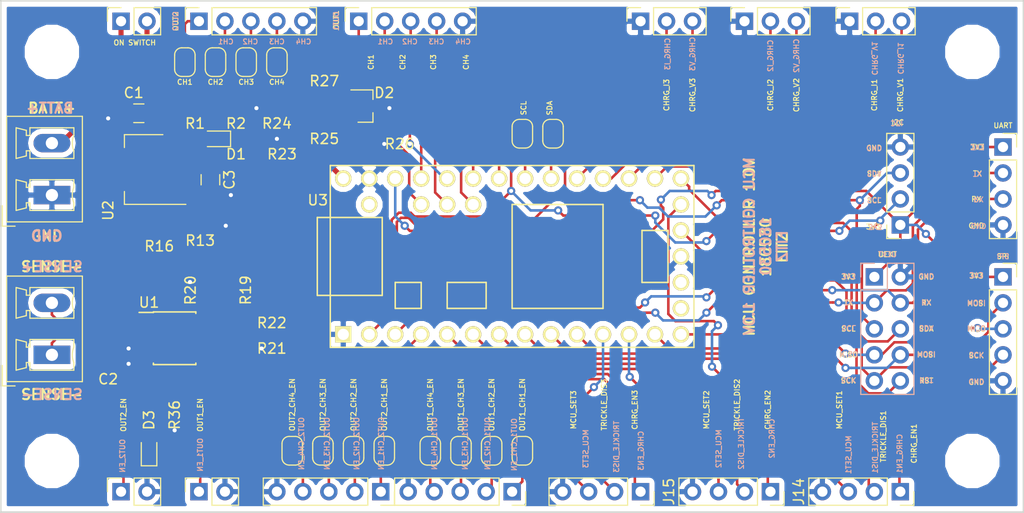
<source format=kicad_pcb>
(kicad_pcb (version 20171130) (host pcbnew 5.0.0-rc2-unknown-2cb65f9~65~ubuntu17.10.1)
  (layers (0 F.Cu signal) (31 B.Cu signal) (34 B.Paste user) (35 F.Paste user) (36 B.SilkS user) (37 F.SilkS user) (38 B.Mask user) (39 F.Mask user) (44 Edge.Cuts user))
  (net 0 "")
  (net 1 GND)
  (net 2 /mcu1_set)
  (net 3 /SCK)
  (net 4 "Net-(U3-Pad16)")
  (net 5 +5V)
  (net 6 /MISO)
  (net 7 /3V3)
  (net 8 "Net-(R14-Pad1)")
  (net 9 "Net-(R17-Pad1)")
  (net 10 /MOSI)
  (net 11 /mcu2_set)
  (net 12 /mcu3_set)
  (net 13 "Net-(R37-Pad2)")
  (net 14 "Net-(R40-Pad2)")
  (net 15 "Net-(R38-Pad2)")
  (net 16 "Net-(R41-Pad2)")
  (net 17 "Net-(R39-Pad2)")
  (net 18 "Net-(R42-Pad2)")
  (net 19 "Net-(D3-Pad2)")
  (net 20 "Net-(R18-Pad1)")
  (net 21 /out2_ch4_i)
  (net 22 "Net-(R1-Pad2)")
  (net 23 /out2_en)
  (net 24 /out1_en)
  (net 25 /trickle3_dis)
  (net 26 /trickle2_dis)
  (net 27 /trickle1_dis)
  (net 28 /chrg3_en)
  (net 29 /chrg2_en)
  (net 30 /chrg1_en)
  (net 31 "Net-(D3-Pad1)")
  (net 32 "Net-(R35-Pad2)")
  (net 33 /out2_ch4_en)
  (net 34 /out2_ch3_en)
  (net 35 "Net-(R34-Pad2)")
  (net 36 "Net-(R33-Pad2)")
  (net 37 /out2_ch2_en)
  (net 38 /out2_ch1_en)
  (net 39 "Net-(R32-Pad2)")
  (net 40 "Net-(R31-Pad2)")
  (net 41 /out1_ch4_en)
  (net 42 /out1_ch3_en)
  (net 43 "Net-(R30-Pad2)")
  (net 44 "Net-(R29-Pad2)")
  (net 45 /out1_ch2_en)
  (net 46 /out1_ch1_en)
  (net 47 "Net-(R28-Pad2)")
  (net 48 /chrg1_v)
  (net 49 /out1_ch4_i)
  (net 50 "Net-(R19-Pad2)")
  (net 51 "Net-(D1-Pad1)")
  (net 52 "Net-(R21-Pad2)")
  (net 53 /chrg2_v)
  (net 54 /chrg3_v)
  (net 55 /out1_ch3_i)
  (net 56 "Net-(R15-Pad1)")
  (net 57 /out2_ch3_i)
  (net 58 /out1_ch1_i)
  (net 59 /chrg3_i)
  (net 60 /chrg2_i)
  (net 61 /chrg1_i)
  (net 62 "Net-(R9-Pad1)")
  (net 63 /out2_ch2_i)
  (net 64 /out1_ch2_i)
  (net 65 "Net-(R7-Pad1)")
  (net 66 /out2_ch1_i)
  (net 67 "Net-(J2-Pad1)")
  (net 68 "Net-(J2-Pad2)")
  (net 69 "Net-(R13-Pad2)")
  (net 70 /A0)
  (net 71 /A1)
  (net 72 /A2)
  (net 73 /A3)
  (net 74 /A4)
  (net 75 /A5)
  (net 76 /A6)
  (net 77 /A7)
  (net 78 /A8)
  (net 79 /A9)
  (net 80 "Net-(U3-Pad34)")
  (net 81 /BATT_SW)
  (net 82 /BATT_IN)
  (net 83 /RESET)
  (net 84 /TX)
  (net 85 /RX)
  (net 86 "Net-(D2-Pad1)")
  (net 87 "Net-(D2-Pad2)")
  (net 88 "Net-(R45-Pad2)")
  (net 89 "Net-(R46-Pad2)")
  (net 90 "Net-(R47-Pad2)")
  (net 91 /I2C_SDA)
  (net 92 /I2C_SCL)
  (net 93 "Net-(U3-Pad15)")
  (module Connector_PinSocket_2.54mm:PinSocket_2x05_P2.54mm_Vertical (layer B.Cu) (at 185.42 127 180)
    (fp_text reference J20 hide)
    (fp_text value UEXT)
    (pad 1 thru_hole rect (at 0 0 180) (size 1.7 1.7) (drill 1) (layers *.Cu *.Mask) (net 7 /3V3))
    (pad 2 thru_hole oval (at -2.54 0 180) (size 1.7 1.7) (drill 1) (layers *.Cu *.Mask) (net 1 GND))
    (pad 3 thru_hole oval (at 0 -2.54 180) (size 1.7 1.7) (drill 1) (layers *.Cu *.Mask) (net 84 /TX))
    (pad 4 thru_hole oval (at -2.54 -2.54 180) (size 1.7 1.7) (drill 1) (layers *.Cu *.Mask) (net 85 /RX))
    (pad 5 thru_hole oval (at 0 -5.08 180) (size 1.7 1.7) (drill 1) (layers *.Cu *.Mask) (net 92 /I2C_SCL))
    (pad 6 thru_hole oval (at -2.54 -5.08 180) (size 1.7 1.7) (drill 1) (layers *.Cu *.Mask) (net 91 /I2C_SDA))
    (pad 7 thru_hole oval (at 0 -7.62 180) (size 1.7 1.7) (drill 1) (layers *.Cu *.Mask) (net 6 /MISO))
    (pad 8 thru_hole oval (at -2.54 -7.62 180) (size 1.7 1.7) (drill 1) (layers *.Cu *.Mask) (net 10 /MOSI))
    (pad 9 thru_hole oval (at 0 -10.16 180) (size 1.7 1.7) (drill 1) (layers *.Cu *.Mask) (net 3 /SCK))
    (pad 10 thru_hole oval (at -2.54 -10.16 180) (size 1.7 1.7) (drill 1) (layers *.Cu *.Mask) (net 83 /RESET))
  )
  (module Resistor_SMD:R_0603_1608Metric (layer F.Cu) (at 156 144 90)
    (fp_text reference R47 hide)
    (fp_text value 1K)
    (pad 1 smd rect (at -0.8 0 90) (size 0.82 1) (layers F.Cu F.Paste F.Mask) (net 12 /mcu3_set))
    (pad 2 smd rect (at 0.8 0 90) (size 0.82 1) (layers F.Cu F.Paste F.Mask) (net 90 "Net-(R47-Pad2)"))
  )
  (module Resistor_SMD:R_0603_1608Metric (layer F.Cu) (at 168.9 144 90)
    (fp_text reference R46 hide)
    (fp_text value 1K)
    (pad 2 smd rect (at 0.8 0 90) (size 0.82 1) (layers F.Cu F.Paste F.Mask) (net 89 "Net-(R46-Pad2)"))
    (pad 1 smd rect (at -0.8 0 90) (size 0.82 1) (layers F.Cu F.Paste F.Mask) (net 11 /mcu2_set))
  )
  (module Resistor_SMD:R_0603_1608Metric (layer F.Cu) (at 181.9 143.7 90)
    (fp_text reference R45 hide)
    (fp_text value 1K)
    (pad 1 smd rect (at -0.8 0 90) (size 0.82 1) (layers F.Cu F.Paste F.Mask) (net 2 /mcu1_set))
    (pad 2 smd rect (at 0.8 0 90) (size 0.82 1) (layers F.Cu F.Paste F.Mask) (net 88 "Net-(R45-Pad2)"))
  )
  (module Package_TO_SOT_SMD:SOT-23 (layer F.Cu) (at 135.634394 110.296305)
    (fp_text reference D2 (at 1.865606 -1.296305) (layer F.SilkS))
    (fp_text value TL431DBZ)
    (pad 1 smd rect (at -1 -0.95) (size 0.9 0.8) (layers F.Cu F.Paste F.Mask) (net 86 "Net-(D2-Pad1)"))
    (pad 2 smd rect (at -1 0.95) (size 0.9 0.8) (layers F.Cu F.Paste F.Mask) (net 87 "Net-(D2-Pad2)"))
    (pad 3 smd rect (at 1 0) (size 0.9 0.8) (layers F.Cu F.Paste F.Mask) (net 1 GND))
  )
  (module Package_TO_SOT_SMD:SOT-223-3_TabPin2 (layer F.Cu) (at 114 116.5 180)
    (fp_text reference U2 (at 3.5 -4 270) (layer F.SilkS))
    (fp_text value AZ1117-ADJ)
    (pad 2 smd rect (at 3.15 0 180) (size 2 3.8) (layers F.Cu F.Paste F.Mask) (net 5 +5V))
    (pad 2 smd rect (at -3.15 0 180) (size 2 1.5) (layers F.Cu F.Paste F.Mask) (net 5 +5V))
    (pad 3 smd rect (at -3.15 2.3 180) (size 2 1.5) (layers F.Cu F.Paste F.Mask) (net 81 /BATT_SW))
    (pad 1 smd rect (at -3.15 -2.3 180) (size 2 1.5) (layers F.Cu F.Paste F.Mask) (net 69 "Net-(R13-Pad2)"))
  )
  (module Jumper:SolderJumper-2_P1.3mm_Open_RoundedPad1.0x1.5mm (layer F.Cu) (at 148 144 90)
    (fp_text reference R29 hide)
    (fp_text value 1K)
    (pad 2 smd rect (at 0.4 0 90) (size 0.5 1.5) (layers F.Cu F.Mask) (net 44 "Net-(R29-Pad2)"))
    (pad 1 smd rect (at -0.4 0 90) (size 0.5 1.5) (layers F.Cu F.Mask) (net 45 /out1_ch2_en))
    (pad 1 smd roundrect (at -0.65 0 90) (size 1 1.5) (layers F.Cu F.Mask) (roundrect_rratio 0.5) (net 45 /out1_ch2_en))
    (pad 2 smd roundrect (at 0.65 0 90) (size 1 1.5) (layers F.Cu F.Mask) (roundrect_rratio 0.5) (net 44 "Net-(R29-Pad2)"))
  )
  (module Jumper:SolderJumper-2_P1.3mm_Open_RoundedPad1.0x1.5mm (layer F.Cu) (at 151 144 90)
    (fp_text reference R28 hide)
    (fp_text value 1K)
    (pad 2 smd roundrect (at 0.65 0 90) (size 1 1.5) (layers F.Cu F.Mask) (roundrect_rratio 0.5) (net 47 "Net-(R28-Pad2)"))
    (pad 1 smd roundrect (at -0.65 0 90) (size 1 1.5) (layers F.Cu F.Mask) (roundrect_rratio 0.5) (net 46 /out1_ch1_en))
    (pad 1 smd rect (at -0.4 0 90) (size 0.5 1.5) (layers F.Cu F.Mask) (net 46 /out1_ch1_en))
    (pad 2 smd rect (at 0.4 0 90) (size 0.5 1.5) (layers F.Cu F.Mask) (net 47 "Net-(R28-Pad2)"))
  )
  (module Jumper:SolderJumper-2_P1.3mm_Open_RoundedPad1.0x1.5mm (layer F.Cu) (at 118 106 90)
    (fp_text reference R7 hide)
    (fp_text value 100)
    (pad 2 smd rect (at 0.4 0 90) (size 0.5 1.5) (layers F.Cu F.Mask) (net 66 /out2_ch1_i))
    (pad 1 smd rect (at -0.4 0 90) (size 0.5 1.5) (layers F.Cu F.Mask) (net 65 "Net-(R7-Pad1)"))
    (pad 1 smd roundrect (at -0.65 0 90) (size 1 1.5) (layers F.Cu F.Mask) (roundrect_rratio 0.5) (net 65 "Net-(R7-Pad1)"))
    (pad 2 smd roundrect (at 0.65 0 90) (size 1 1.5) (layers F.Cu F.Mask) (roundrect_rratio 0.5) (net 66 /out2_ch1_i))
  )
  (module Jumper:SolderJumper-2_P1.3mm_Open_RoundedPad1.0x1.5mm (layer F.Cu) (at 145 144 90)
    (fp_text reference R30 hide)
    (fp_text value 1K)
    (pad 2 smd roundrect (at 0.65 0 90) (size 1 1.5) (layers F.Cu F.Mask) (roundrect_rratio 0.5) (net 43 "Net-(R30-Pad2)"))
    (pad 1 smd roundrect (at -0.65 0 90) (size 1 1.5) (layers F.Cu F.Mask) (roundrect_rratio 0.5) (net 42 /out1_ch3_en))
    (pad 1 smd rect (at -0.4 0 90) (size 0.5 1.5) (layers F.Cu F.Mask) (net 42 /out1_ch3_en))
    (pad 2 smd rect (at 0.4 0 90) (size 0.5 1.5) (layers F.Cu F.Mask) (net 43 "Net-(R30-Pad2)"))
  )
  (module Jumper:SolderJumper-2_P1.3mm_Open_RoundedPad1.0x1.5mm (layer F.Cu) (at 142 144 90)
    (fp_text reference R31 hide)
    (fp_text value 1K)
    (pad 2 smd rect (at 0.4 0 90) (size 0.5 1.5) (layers F.Cu F.Mask) (net 40 "Net-(R31-Pad2)"))
    (pad 1 smd rect (at -0.4 0 90) (size 0.5 1.5) (layers F.Cu F.Mask) (net 41 /out1_ch4_en))
    (pad 1 smd roundrect (at -0.65 0 90) (size 1 1.5) (layers F.Cu F.Mask) (roundrect_rratio 0.5) (net 41 /out1_ch4_en))
    (pad 2 smd roundrect (at 0.65 0 90) (size 1 1.5) (layers F.Cu F.Mask) (roundrect_rratio 0.5) (net 40 "Net-(R31-Pad2)"))
  )
  (module Jumper:SolderJumper-2_P1.3mm_Open_RoundedPad1.0x1.5mm (layer F.Cu) (at 137.5 144 90)
    (fp_text reference R32 hide)
    (fp_text value 1K)
    (pad 2 smd roundrect (at 0.65 0 90) (size 1 1.5) (layers F.Cu F.Mask) (roundrect_rratio 0.5) (net 39 "Net-(R32-Pad2)"))
    (pad 1 smd roundrect (at -0.65 0 90) (size 1 1.5) (layers F.Cu F.Mask) (roundrect_rratio 0.5) (net 38 /out2_ch1_en))
    (pad 1 smd rect (at -0.4 0 90) (size 0.5 1.5) (layers F.Cu F.Mask) (net 38 /out2_ch1_en))
    (pad 2 smd rect (at 0.4 0 90) (size 0.5 1.5) (layers F.Cu F.Mask) (net 39 "Net-(R32-Pad2)"))
  )
  (module Jumper:SolderJumper-2_P1.3mm_Open_RoundedPad1.0x1.5mm (layer F.Cu) (at 134.5 144 90)
    (fp_text reference R33 hide)
    (fp_text value 1K)
    (pad 2 smd rect (at 0.4 0 90) (size 0.5 1.5) (layers F.Cu F.Mask) (net 36 "Net-(R33-Pad2)"))
    (pad 1 smd rect (at -0.4 0 90) (size 0.5 1.5) (layers F.Cu F.Mask) (net 37 /out2_ch2_en))
    (pad 1 smd roundrect (at -0.65 0 90) (size 1 1.5) (layers F.Cu F.Mask) (roundrect_rratio 0.5) (net 37 /out2_ch2_en))
    (pad 2 smd roundrect (at 0.65 0 90) (size 1 1.5) (layers F.Cu F.Mask) (roundrect_rratio 0.5) (net 36 "Net-(R33-Pad2)"))
  )
  (module Jumper:SolderJumper-2_P1.3mm_Open_RoundedPad1.0x1.5mm (layer F.Cu) (at 131.5 144 90)
    (fp_text reference R34 hide)
    (fp_text value 1K)
    (pad 2 smd roundrect (at 0.65 0 90) (size 1 1.5) (layers F.Cu F.Mask) (roundrect_rratio 0.5) (net 35 "Net-(R34-Pad2)"))
    (pad 1 smd roundrect (at -0.65 0 90) (size 1 1.5) (layers F.Cu F.Mask) (roundrect_rratio 0.5) (net 34 /out2_ch3_en))
    (pad 1 smd rect (at -0.4 0 90) (size 0.5 1.5) (layers F.Cu F.Mask) (net 34 /out2_ch3_en))
    (pad 2 smd rect (at 0.4 0 90) (size 0.5 1.5) (layers F.Cu F.Mask) (net 35 "Net-(R34-Pad2)"))
  )
  (module Jumper:SolderJumper-2_P1.3mm_Open_RoundedPad1.0x1.5mm (layer F.Cu) (at 127 106 90)
    (fp_text reference R18 hide)
    (fp_text value 100)
    (pad 2 smd rect (at 0.4 0 90) (size 0.5 1.5) (layers F.Cu F.Mask) (net 21 /out2_ch4_i))
    (pad 1 smd rect (at -0.4 0 90) (size 0.5 1.5) (layers F.Cu F.Mask) (net 20 "Net-(R18-Pad1)"))
    (pad 1 smd roundrect (at -0.65 0 90) (size 1 1.5) (layers F.Cu F.Mask) (roundrect_rratio 0.5) (net 20 "Net-(R18-Pad1)"))
    (pad 2 smd roundrect (at 0.65 0 90) (size 1 1.5) (layers F.Cu F.Mask) (roundrect_rratio 0.5) (net 21 /out2_ch4_i))
  )
  (module Jumper:SolderJumper-2_P1.3mm_Open_RoundedPad1.0x1.5mm (layer F.Cu) (at 121 106 90)
    (fp_text reference R9 hide)
    (fp_text value 100)
    (pad 2 smd roundrect (at 0.65 0 90) (size 1 1.5) (layers F.Cu F.Mask) (roundrect_rratio 0.5) (net 63 /out2_ch2_i))
    (pad 1 smd roundrect (at -0.65 0 90) (size 1 1.5) (layers F.Cu F.Mask) (roundrect_rratio 0.5) (net 62 "Net-(R9-Pad1)"))
    (pad 1 smd rect (at -0.4 0 90) (size 0.5 1.5) (layers F.Cu F.Mask) (net 62 "Net-(R9-Pad1)"))
    (pad 2 smd rect (at 0.4 0 90) (size 0.5 1.5) (layers F.Cu F.Mask) (net 63 /out2_ch2_i))
  )
  (module Jumper:SolderJumper-2_P1.3mm_Open_RoundedPad1.0x1.5mm (layer F.Cu) (at 124 106 90)
    (fp_text reference R15 hide)
    (fp_text value 100)
    (pad 2 smd rect (at 0.4 0 90) (size 0.5 1.5) (layers F.Cu F.Mask) (net 57 /out2_ch3_i))
    (pad 1 smd rect (at -0.4 0 90) (size 0.5 1.5) (layers F.Cu F.Mask) (net 56 "Net-(R15-Pad1)"))
    (pad 1 smd roundrect (at -0.65 0 90) (size 1 1.5) (layers F.Cu F.Mask) (roundrect_rratio 0.5) (net 56 "Net-(R15-Pad1)"))
    (pad 2 smd roundrect (at 0.65 0 90) (size 1 1.5) (layers F.Cu F.Mask) (roundrect_rratio 0.5) (net 57 /out2_ch3_i))
  )
  (module Jumper:SolderJumper-2_P1.3mm_Open_RoundedPad1.0x1.5mm (layer F.Cu) (at 128.5 144 90)
    (fp_text reference R35 hide)
    (fp_text value 1K)
    (pad 2 smd roundrect (at 0.65 0 90) (size 1 1.5) (layers F.Cu F.Mask) (roundrect_rratio 0.5) (net 32 "Net-(R35-Pad2)"))
    (pad 1 smd roundrect (at -0.65 0 90) (size 1 1.5) (layers F.Cu F.Mask) (roundrect_rratio 0.5) (net 33 /out2_ch4_en))
    (pad 1 smd rect (at -0.4 0 90) (size 0.5 1.5) (layers F.Cu F.Mask) (net 33 /out2_ch4_en))
    (pad 2 smd rect (at 0.4 0 90) (size 0.5 1.5) (layers F.Cu F.Mask) (net 32 "Net-(R35-Pad2)"))
  )
  (module MountingHole:MountingHole_4.3mm_M4 (layer F.Cu) (at 195 105)
    (fp_text reference MK4 hide)
    (fp_text value Mounting_Hole)
    (pad 1 np_thru_hole circle (at 0 0) (size 4.3 4.3) (drill 4.3) (layers *.Cu *.Mask))
  )
  (module MountingHole:MountingHole_4.3mm_M4 (layer F.Cu) (at 195 145)
    (fp_text reference MK1 hide)
    (fp_text value Mounting_Hole)
    (pad 1 np_thru_hole circle (at 0 0) (size 4.3 4.3) (drill 4.3) (layers *.Cu *.Mask))
  )
  (module MountingHole:MountingHole_4.3mm_M4 (layer F.Cu) (at 105 105)
    (fp_text reference MK2 hide)
    (fp_text value Mounting_Hole)
    (pad 1 np_thru_hole circle (at 0 0) (size 4.3 4.3) (drill 4.3) (layers *.Cu *.Mask))
  )
  (module MountingHole:MountingHole_4.3mm_M4 (layer F.Cu) (at 105 145)
    (fp_text reference MK3 hide)
    (fp_text value Mounting_Hole)
    (pad 1 np_thru_hole circle (at 0 0) (size 4.3 4.3) (drill 4.3) (layers *.Cu *.Mask))
  )
  (module Capacitor_SMD:C_0603_1608Metric (layer F.Cu) (at 113.5 137 180)
    (fp_text reference C2 (at 3 0 180) (layer F.SilkS))
    (fp_text value 0.1uF)
    (pad 2 smd rect (at 0.8 0 180) (size 0.82 1) (layers F.Cu F.Paste F.Mask) (net 1 GND))
    (pad 1 smd rect (at -0.8 0 180) (size 0.82 1) (layers F.Cu F.Paste F.Mask) (net 5 +5V))
  )
  (module Capacitor_SMD:C_1206_3216Metric (layer F.Cu) (at 113.5 111 180)
    (fp_text reference C1 (at 0.5 2 180) (layer F.SilkS))
    (fp_text value "10uF 50V")
    (pad 2 smd rect (at 1.43 0 180) (size 1.22 1.8) (layers F.Cu F.Paste F.Mask) (net 1 GND))
    (pad 1 smd rect (at -1.43 0 180) (size 1.22 1.8) (layers F.Cu F.Paste F.Mask) (net 81 /BATT_SW))
  )
  (module Capacitor_SMD:C_1206_3216Metric (layer F.Cu) (at 120.5 117.5 270)
    (fp_text reference C3 (at 0 -1.85 270) (layer F.SilkS))
    (fp_text value "10uF 50V")
    (pad 2 smd rect (at 1.43 0 270) (size 1.22 1.8) (layers F.Cu F.Paste F.Mask) (net 1 GND))
    (pad 1 smd rect (at -1.43 0 270) (size 1.22 1.8) (layers F.Cu F.Paste F.Mask) (net 5 +5V))
  )
  (module Connector_Phoenix_MC:PhoenixContact_MCV_1,5_2-G-5.08_1x02_P5.08mm_Vertical (layer F.Cu) (at 105 119 90)
    (fp_text reference J1 hide)
    (fp_text value BATT)
    (pad 1 thru_hole rect (at 0 0 90) (size 1.8 3.6) (drill 1.2) (layers *.Cu *.Mask) (net 1 GND))
    (pad 2 thru_hole oval (at 5.08 0 90) (size 1.8 3.6) (drill 1.2) (layers *.Cu *.Mask) (net 82 /BATT_IN))
  )
  (module Connector_Phoenix_MC:PhoenixContact_MCV_1,5_2-G-5.08_1x02_P5.08mm_Vertical (layer F.Cu) (at 105 134.62 90)
    (fp_text reference J2 hide)
    (fp_text value BATT_SENSE)
    (pad 1 thru_hole rect (at 0 0 90) (size 1.8 3.6) (drill 1.2) (layers *.Cu *.Mask) (net 67 "Net-(J2-Pad1)"))
    (pad 2 thru_hole oval (at 5.08 0 90) (size 1.8 3.6) (drill 1.2) (layers *.Cu *.Mask) (net 68 "Net-(J2-Pad2)"))
  )
  (module Connector_PinSocket_2.54mm:PinSocket_1x02_P2.54mm_Vertical (layer F.Cu) (at 111.76 102 90)
    (fp_text reference SW1 hide)
    (fp_text value SW_SPST)
    (pad 2 thru_hole oval (at 0 2.54 90) (size 1.7 1.7) (drill 1) (layers *.Cu *.Mask) (net 81 /BATT_SW))
    (pad 1 thru_hole rect (at 0 0 90) (size 1.7 1.7) (drill 1) (layers *.Cu *.Mask) (net 82 /BATT_IN))
  )
  (module Connector_PinSocket_2.54mm:PinSocket_1x02_P2.54mm_Vertical (layer F.Cu) (at 119.38 148 90)
    (fp_text reference J16 hide)
    (fp_text value out1_en)
    (pad 2 thru_hole oval (at 0 2.54 90) (size 1.7 1.7) (drill 1) (layers *.Cu *.Mask) (net 1 GND))
    (pad 1 thru_hole rect (at 0 0 90) (size 1.7 1.7) (drill 1) (layers *.Cu *.Mask) (net 24 /out1_en))
  )
  (module Connector_PinSocket_2.54mm:PinSocket_1x02_P2.54mm_Vertical (layer F.Cu) (at 111.76 148 90)
    (fp_text reference J17 hide)
    (fp_text value out2_en)
    (pad 1 thru_hole rect (at 0 0 90) (size 1.7 1.7) (drill 1) (layers *.Cu *.Mask) (net 23 /out2_en))
    (pad 2 thru_hole oval (at 0 2.54 90) (size 1.7 1.7) (drill 1) (layers *.Cu *.Mask) (net 1 GND))
  )
  (module Connector_PinSocket_2.54mm:PinSocket_1x03_P2.54mm_Vertical (layer F.Cu) (at 172.72 102 90)
    (fp_text reference J4 hide)
    (fp_text value chrg2_vi)
    (pad 1 thru_hole rect (at 0 0 90) (size 1.7 1.7) (drill 1) (layers *.Cu *.Mask) (net 1 GND))
    (pad 2 thru_hole oval (at 0 2.54 90) (size 1.7 1.7) (drill 1) (layers *.Cu *.Mask) (net 60 /chrg2_i))
    (pad 3 thru_hole oval (at 0 5.08 90) (size 1.7 1.7) (drill 1) (layers *.Cu *.Mask) (net 53 /chrg2_v))
  )
  (module Connector_PinSocket_2.54mm:PinSocket_1x03_P2.54mm_Vertical (layer F.Cu) (at 162.56 102 90)
    (fp_text reference J5 hide)
    (fp_text value chrg3_vi)
    (pad 3 thru_hole oval (at 0 5.08 90) (size 1.7 1.7) (drill 1) (layers *.Cu *.Mask) (net 54 /chrg3_v))
    (pad 2 thru_hole oval (at 0 2.54 90) (size 1.7 1.7) (drill 1) (layers *.Cu *.Mask) (net 59 /chrg3_i))
    (pad 1 thru_hole rect (at 0 0 90) (size 1.7 1.7) (drill 1) (layers *.Cu *.Mask) (net 1 GND))
  )
  (module Connector_PinSocket_2.54mm:PinSocket_1x03_P2.54mm_Vertical (layer F.Cu) (at 183 102 90)
    (fp_text reference J3 hide)
    (fp_text value chrg1_vi)
    (pad 1 thru_hole rect (at 0 0 90) (size 1.7 1.7) (drill 1) (layers *.Cu *.Mask) (net 1 GND))
    (pad 2 thru_hole oval (at 0 2.54 90) (size 1.7 1.7) (drill 1) (layers *.Cu *.Mask) (net 61 /chrg1_i))
    (pad 3 thru_hole oval (at 0 5.08 90) (size 1.7 1.7) (drill 1) (layers *.Cu *.Mask) (net 48 /chrg1_v))
  )
  (module Connector_PinSocket_2.54mm:PinSocket_1x04_P2.54mm_Vertical (layer F.Cu) (at 187.96 121.92 180)
    (fp_text reference J12 hide)
    (fp_text value I2C)
    (pad 1 thru_hole rect (at 0 0 180) (size 1.7 1.7) (drill 1) (layers *.Cu *.Mask) (net 7 /3V3))
    (pad 2 thru_hole oval (at 0 2.54 180) (size 1.7 1.7) (drill 1) (layers *.Cu *.Mask) (net 92 /I2C_SCL))
    (pad 3 thru_hole oval (at 0 5.08 180) (size 1.7 1.7) (drill 1) (layers *.Cu *.Mask) (net 91 /I2C_SDA))
    (pad 4 thru_hole oval (at 0 7.62 180) (size 1.7 1.7) (drill 1) (layers *.Cu *.Mask) (net 1 GND))
  )
  (module Connector_PinSocket_2.54mm:PinSocket_1x04_P2.54mm_Vertical (layer F.Cu) (at 198 114.3)
    (fp_text reference J19 hide)
    (fp_text value UART)
    (pad 4 thru_hole oval (at 0 7.62) (size 1.7 1.7) (drill 1) (layers *.Cu *.Mask) (net 1 GND))
    (pad 3 thru_hole oval (at 0 5.08) (size 1.7 1.7) (drill 1) (layers *.Cu *.Mask) (net 85 /RX))
    (pad 2 thru_hole oval (at 0 2.54) (size 1.7 1.7) (drill 1) (layers *.Cu *.Mask) (net 84 /TX))
    (pad 1 thru_hole rect (at 0 0) (size 1.7 1.7) (drill 1) (layers *.Cu *.Mask) (net 7 /3V3))
  )
  (module Connector_PinSocket_2.54mm:PinSocket_1x04_P2.54mm_Vertical (layer F.Cu) (at 162.56 148 270)
    (fp_text reference J15 (at 0 -2.77 270) (layer F.SilkS))
    (fp_text value chrg3_ctrl)
    (pad 1 thru_hole rect (at 0 0 270) (size 1.7 1.7) (drill 1) (layers *.Cu *.Mask) (net 28 /chrg3_en))
    (pad 2 thru_hole oval (at 0 2.54 270) (size 1.7 1.7) (drill 1) (layers *.Cu *.Mask) (net 25 /trickle3_dis))
    (pad 3 thru_hole oval (at 0 5.08 270) (size 1.7 1.7) (drill 1) (layers *.Cu *.Mask) (net 12 /mcu3_set))
    (pad 4 thru_hole oval (at 0 7.62 270) (size 1.7 1.7) (drill 1) (layers *.Cu *.Mask) (net 1 GND))
  )
  (module Connector_PinSocket_2.54mm:PinSocket_1x04_P2.54mm_Vertical (layer F.Cu) (at 175.26 148 270)
    (fp_text reference J14 (at 0 -2.77 270) (layer F.SilkS))
    (fp_text value chrg2_ctrl)
    (pad 4 thru_hole oval (at 0 7.62 270) (size 1.7 1.7) (drill 1) (layers *.Cu *.Mask) (net 1 GND))
    (pad 3 thru_hole oval (at 0 5.08 270) (size 1.7 1.7) (drill 1) (layers *.Cu *.Mask) (net 11 /mcu2_set))
    (pad 2 thru_hole oval (at 0 2.54 270) (size 1.7 1.7) (drill 1) (layers *.Cu *.Mask) (net 26 /trickle2_dis))
    (pad 1 thru_hole rect (at 0 0 270) (size 1.7 1.7) (drill 1) (layers *.Cu *.Mask) (net 29 /chrg2_en))
  )
  (module Connector_PinSocket_2.54mm:PinSocket_1x04_P2.54mm_Vertical (layer F.Cu) (at 187.96 148 270)
    (fp_text reference J13 hide)
    (fp_text value chrg1_ctrl)
    (pad 1 thru_hole rect (at 0 0 270) (size 1.7 1.7) (drill 1) (layers *.Cu *.Mask) (net 30 /chrg1_en))
    (pad 2 thru_hole oval (at 0 2.54 270) (size 1.7 1.7) (drill 1) (layers *.Cu *.Mask) (net 27 /trickle1_dis))
    (pad 3 thru_hole oval (at 0 5.08 270) (size 1.7 1.7) (drill 1) (layers *.Cu *.Mask) (net 2 /mcu1_set))
    (pad 4 thru_hole oval (at 0 7.62 270) (size 1.7 1.7) (drill 1) (layers *.Cu *.Mask) (net 1 GND))
  )
  (module Connector_PinSocket_2.54mm:PinSocket_1x05_P2.54mm_Vertical (layer F.Cu) (at 198 127)
    (fp_text reference J11 hide)
    (fp_text value SPI)
    (pad 1 thru_hole rect (at 0 0) (size 1.7 1.7) (drill 1) (layers *.Cu *.Mask) (net 7 /3V3))
    (pad 2 thru_hole oval (at 0 2.54) (size 1.7 1.7) (drill 1) (layers *.Cu *.Mask) (net 10 /MOSI))
    (pad 3 thru_hole oval (at 0 5.08) (size 1.7 1.7) (drill 1) (layers *.Cu *.Mask) (net 6 /MISO))
    (pad 4 thru_hole oval (at 0 7.62) (size 1.7 1.7) (drill 1) (layers *.Cu *.Mask) (net 3 /SCK))
    (pad 5 thru_hole oval (at 0 10.16) (size 1.7 1.7) (drill 1) (layers *.Cu *.Mask) (net 1 GND))
  )
  (module Connector_PinSocket_2.54mm:PinSocket_1x05_P2.54mm_Vertical (layer F.Cu) (at 137.16 148 270)
    (fp_text reference J10 hide)
    (fp_text value out2_ch_en)
    (pad 5 thru_hole oval (at 0 10.16 270) (size 1.7 1.7) (drill 1) (layers *.Cu *.Mask) (net 1 GND))
    (pad 4 thru_hole oval (at 0 7.62 270) (size 1.7 1.7) (drill 1) (layers *.Cu *.Mask) (net 33 /out2_ch4_en))
    (pad 3 thru_hole oval (at 0 5.08 270) (size 1.7 1.7) (drill 1) (layers *.Cu *.Mask) (net 34 /out2_ch3_en))
    (pad 2 thru_hole oval (at 0 2.54 270) (size 1.7 1.7) (drill 1) (layers *.Cu *.Mask) (net 37 /out2_ch2_en))
    (pad 1 thru_hole rect (at 0 0 270) (size 1.7 1.7) (drill 1) (layers *.Cu *.Mask) (net 38 /out2_ch1_en))
  )
  (module Connector_PinSocket_2.54mm:PinSocket_1x05_P2.54mm_Vertical (layer F.Cu) (at 119.38 102 90)
    (fp_text reference J7 hide)
    (fp_text value out2_fb)
    (pad 1 thru_hole rect (at 0 0 90) (size 1.7 1.7) (drill 1) (layers *.Cu *.Mask) (net 66 /out2_ch1_i))
    (pad 2 thru_hole oval (at 0 2.54 90) (size 1.7 1.7) (drill 1) (layers *.Cu *.Mask) (net 63 /out2_ch2_i))
    (pad 3 thru_hole oval (at 0 5.08 90) (size 1.7 1.7) (drill 1) (layers *.Cu *.Mask) (net 57 /out2_ch3_i))
    (pad 4 thru_hole oval (at 0 7.62 90) (size 1.7 1.7) (drill 1) (layers *.Cu *.Mask) (net 21 /out2_ch4_i))
    (pad 5 thru_hole oval (at 0 10.16 90) (size 1.7 1.7) (drill 1) (layers *.Cu *.Mask) (net 1 GND))
  )
  (module Connector_PinSocket_2.54mm:PinSocket_1x05_P2.54mm_Vertical (layer F.Cu) (at 135 102 90)
    (fp_text reference J6 hide)
    (fp_text value out1_fb)
    (pad 5 thru_hole oval (at 0 10.16 90) (size 1.7 1.7) (drill 1) (layers *.Cu *.Mask) (net 1 GND))
    (pad 4 thru_hole oval (at 0 7.62 90) (size 1.7 1.7) (drill 1) (layers *.Cu *.Mask) (net 49 /out1_ch4_i))
    (pad 3 thru_hole oval (at 0 5.08 90) (size 1.7 1.7) (drill 1) (layers *.Cu *.Mask) (net 55 /out1_ch3_i))
    (pad 2 thru_hole oval (at 0 2.54 90) (size 1.7 1.7) (drill 1) (layers *.Cu *.Mask) (net 64 /out1_ch2_i))
    (pad 1 thru_hole rect (at 0 0 90) (size 1.7 1.7) (drill 1) (layers *.Cu *.Mask) (net 58 /out1_ch1_i))
  )
  (module Connector_PinSocket_2.54mm:PinSocket_1x05_P2.54mm_Vertical (layer F.Cu) (at 150 148 270)
    (fp_text reference J9 hide)
    (fp_text value out1_ch_en)
    (pad 1 thru_hole rect (at 0 0 270) (size 1.7 1.7) (drill 1) (layers *.Cu *.Mask) (net 46 /out1_ch1_en))
    (pad 2 thru_hole oval (at 0 2.54 270) (size 1.7 1.7) (drill 1) (layers *.Cu *.Mask) (net 45 /out1_ch2_en))
    (pad 3 thru_hole oval (at 0 5.08 270) (size 1.7 1.7) (drill 1) (layers *.Cu *.Mask) (net 42 /out1_ch3_en))
    (pad 4 thru_hole oval (at 0 7.62 270) (size 1.7 1.7) (drill 1) (layers *.Cu *.Mask) (net 41 /out1_ch4_en))
    (pad 5 thru_hole oval (at 0 10.16 270) (size 1.7 1.7) (drill 1) (layers *.Cu *.Mask) (net 1 GND))
  )
  (module Jumper:SolderJumper-2_P1.3mm_Bridged_RoundedPad1.0x1.5mm (layer F.Cu) (at 151 113 270)
    (fp_text reference JP1 hide)
    (fp_text value Jumper_NC_Small)
    (pad 2 smd rect (at 0.4 0 270) (size 0.5 1.5) (layers F.Cu F.Mask) (net 75 /A5))
    (pad 1 smd rect (at -0.4 0 270) (size 0.5 1.5) (layers F.Cu F.Mask) (net 92 /I2C_SCL))
    (pad 1 smd roundrect (at -0.65 0 270) (size 1 1.5) (layers F.Cu F.Mask) (roundrect_rratio 0.5) (net 92 /I2C_SCL))
    (pad 2 smd roundrect (at 0.65 0 270) (size 1 1.5) (layers F.Cu F.Mask) (roundrect_rratio 0.5) (net 75 /A5))
    (pad 1 smd rect (at 0 0 270) (size 0.5 0.6) (layers F.Cu F.Mask) (net 92 /I2C_SCL))
  )
  (module Jumper:SolderJumper-2_P1.3mm_Bridged_RoundedPad1.0x1.5mm (layer F.Cu) (at 154 113 270)
    (fp_text reference JP2 hide)
    (fp_text value Jumper_NC_Small)
    (pad 1 smd rect (at 0 0 270) (size 0.5 0.6) (layers F.Cu F.Mask) (net 91 /I2C_SDA))
    (pad 2 smd roundrect (at 0.65 0 270) (size 1 1.5) (layers F.Cu F.Mask) (roundrect_rratio 0.5) (net 74 /A4))
    (pad 1 smd roundrect (at -0.65 0 270) (size 1 1.5) (layers F.Cu F.Mask) (roundrect_rratio 0.5) (net 91 /I2C_SDA))
    (pad 1 smd rect (at -0.4 0 270) (size 0.5 1.5) (layers F.Cu F.Mask) (net 91 /I2C_SDA))
    (pad 2 smd rect (at 0.4 0 270) (size 0.5 1.5) (layers F.Cu F.Mask) (net 74 /A4))
  )
  (module LED_SMD:LED_0603_1608Metric (layer F.Cu) (at 114.5 144 90)
    (fp_text reference D3 (at 3 0 90) (layer F.SilkS))
    (fp_text value LED_Small)
    (pad 2 smd rect (at 0.8 0 90) (size 0.82 1) (layers F.Cu F.Paste F.Mask) (net 19 "Net-(D3-Pad2)"))
    (pad 1 smd rect (at -0.8 0 90) (size 0.82 1) (layers F.Cu F.Paste F.Mask) (net 31 "Net-(D3-Pad1)"))
  )
  (module LED_SMD:LED_0603_1608Metric (layer F.Cu) (at 121 113.5 180)
    (fp_text reference D1 (at -2 -1.5 180) (layer F.SilkS))
    (fp_text value LED_Small)
    (pad 1 smd rect (at -0.8 0 180) (size 0.82 1) (layers F.Cu F.Paste F.Mask) (net 51 "Net-(D1-Pad1)"))
    (pad 2 smd rect (at 0.8 0 180) (size 0.82 1) (layers F.Cu F.Paste F.Mask) (net 5 +5V))
  )
  (module Package_SO:SOIC-8_3.9x4.9mm_P1.27mm (layer F.Cu) (at 117 133)
    (fp_text reference U1 (at -2.5 -3.5) (layer F.SilkS))
    (fp_text value INA219)
    (pad 1 smd rect (at -2.7 -1.905) (size 1.55 0.6) (layers F.Cu F.Paste F.Mask) (net 68 "Net-(J2-Pad2)"))
    (pad 2 smd rect (at -2.7 -0.635) (size 1.55 0.6) (layers F.Cu F.Paste F.Mask) (net 67 "Net-(J2-Pad1)"))
    (pad 3 smd rect (at -2.7 0.635) (size 1.55 0.6) (layers F.Cu F.Paste F.Mask) (net 1 GND))
    (pad 4 smd rect (at -2.7 1.905) (size 1.55 0.6) (layers F.Cu F.Paste F.Mask) (net 5 +5V))
    (pad 5 smd rect (at 2.7 1.905) (size 1.55 0.6) (layers F.Cu F.Paste F.Mask) (net 91 /I2C_SDA))
    (pad 6 smd rect (at 2.7 0.635) (size 1.55 0.6) (layers F.Cu F.Paste F.Mask) (net 92 /I2C_SCL))
    (pad 7 smd rect (at 2.7 -0.635) (size 1.55 0.6) (layers F.Cu F.Paste F.Mask) (net 52 "Net-(R21-Pad2)"))
    (pad 8 smd rect (at 2.7 -1.905) (size 1.55 0.6) (layers F.Cu F.Paste F.Mask) (net 50 "Net-(R19-Pad2)"))
  )
  (module Resistor_SMD:R_0603_1608Metric (layer F.Cu) (at 138 106 90)
    (fp_text reference R8 hide)
    (fp_text value 100)
    (pad 2 smd rect (at 0.8 0 90) (size 0.82 1) (layers F.Cu F.Paste F.Mask) (net 64 /out1_ch2_i))
    (pad 1 smd rect (at -0.8 0 90) (size 0.82 1) (layers F.Cu F.Paste F.Mask) (net 79 /A9))
  )
  (module Resistor_SMD:R_0603_1608Metric (layer F.Cu) (at 185.5 106 270)
    (fp_text reference R10 hide)
    (fp_text value 100)
    (pad 1 smd rect (at -0.8 0 270) (size 0.82 1) (layers F.Cu F.Paste F.Mask) (net 61 /chrg1_i))
    (pad 2 smd rect (at 0.8 0 270) (size 0.82 1) (layers F.Cu F.Paste F.Mask) (net 71 /A1))
  )
  (module Resistor_SMD:R_0603_1608Metric (layer F.Cu) (at 175 106 270)
    (fp_text reference R11 hide)
    (fp_text value 100)
    (pad 1 smd rect (at -0.8 0 270) (size 0.82 1) (layers F.Cu F.Paste F.Mask) (net 60 /chrg2_i))
    (pad 2 smd rect (at 0.8 0 270) (size 0.82 1) (layers F.Cu F.Paste F.Mask) (net 73 /A3))
  )
  (module Resistor_SMD:R_0603_1608Metric (layer F.Cu) (at 165 106 270)
    (fp_text reference R12 hide)
    (fp_text value 100)
    (pad 2 smd rect (at 0.8 0 270) (size 0.82 1) (layers F.Cu F.Paste F.Mask) (net 77 /A7))
    (pad 1 smd rect (at -0.8 0 270) (size 0.82 1) (layers F.Cu F.Paste F.Mask) (net 59 /chrg3_i))
  )
  (module Resistor_SMD:R_0603_1608Metric (layer F.Cu) (at 119.5 122 180)
    (fp_text reference R13 (at 0 -1.45 180) (layer F.SilkS))
    (fp_text value R_Small)
    (pad 1 smd rect (at -0.8 0 180) (size 0.82 1) (layers F.Cu F.Paste F.Mask) (net 1 GND))
    (pad 2 smd rect (at 0.8 0 180) (size 0.82 1) (layers F.Cu F.Paste F.Mask) (net 69 "Net-(R13-Pad2)"))
  )
  (module Resistor_SMD:R_0603_1608Metric (layer F.Cu) (at 135 106 90)
    (fp_text reference R6 hide)
    (fp_text value 100)
    (pad 2 smd rect (at 0.8 0 90) (size 0.82 1) (layers F.Cu F.Paste F.Mask) (net 58 /out1_ch1_i))
    (pad 1 smd rect (at -0.8 0 90) (size 0.82 1) (layers F.Cu F.Paste F.Mask) (net 78 /A8))
  )
  (module Resistor_SMD:R_0603_1608Metric (layer F.Cu) (at 115.5 122)
    (fp_text reference R16 (at 0 2) (layer F.SilkS))
    (fp_text value R_Small)
    (pad 2 smd rect (at 0.8 0) (size 0.82 1) (layers F.Cu F.Paste F.Mask) (net 69 "Net-(R13-Pad2)"))
    (pad 1 smd rect (at -0.8 0) (size 0.82 1) (layers F.Cu F.Paste F.Mask) (net 5 +5V))
  )
  (module Resistor_SMD:R_0603_1608Metric (layer F.Cu) (at 141 106 90)
    (fp_text reference R14 hide)
    (fp_text value 100)
    (pad 1 smd rect (at -0.8 0 90) (size 0.82 1) (layers F.Cu F.Paste F.Mask) (net 8 "Net-(R14-Pad1)"))
    (pad 2 smd rect (at 0.8 0 90) (size 0.82 1) (layers F.Cu F.Paste F.Mask) (net 55 /out1_ch3_i))
  )
  (module Resistor_SMD:R_0603_1608Metric (layer F.Cu) (at 168 106 90)
    (fp_text reference R5 hide)
    (fp_text value 100)
    (pad 2 smd rect (at 0.8 0 90) (size 0.82 1) (layers F.Cu F.Paste F.Mask) (net 54 /chrg3_v))
    (pad 1 smd rect (at -0.8 0 90) (size 0.82 1) (layers F.Cu F.Paste F.Mask) (net 76 /A6))
  )
  (module Resistor_SMD:R_0603_1608Metric (layer F.Cu) (at 178 106 90)
    (fp_text reference R4 hide)
    (fp_text value 100)
    (pad 1 smd rect (at -0.8 0 90) (size 0.82 1) (layers F.Cu F.Paste F.Mask) (net 72 /A2))
    (pad 2 smd rect (at 0.8 0 90) (size 0.82 1) (layers F.Cu F.Paste F.Mask) (net 53 /chrg2_v))
  )
  (module Resistor_SMD:R_0603_1608Metric (layer F.Cu) (at 123 110.5)
    (fp_text reference R2 (at 0 1.5) (layer F.SilkS))
    (fp_text value R)
    (pad 2 smd rect (at 0.8 0) (size 0.82 1) (layers F.Cu F.Paste F.Mask) (net 1 GND))
    (pad 1 smd rect (at -0.8 0) (size 0.82 1) (layers F.Cu F.Paste F.Mask) (net 22 "Net-(R1-Pad2)"))
  )
  (module Resistor_SMD:R_0603_1608Metric (layer F.Cu) (at 119 110.5)
    (fp_text reference R1 (at 0 1.5) (layer F.SilkS))
    (fp_text value R)
    (pad 1 smd rect (at -0.8 0) (size 0.82 1) (layers F.Cu F.Paste F.Mask) (net 81 /BATT_SW))
    (pad 2 smd rect (at 0.8 0) (size 0.82 1) (layers F.Cu F.Paste F.Mask) (net 22 "Net-(R1-Pad2)"))
  )
  (module Resistor_SMD:R_0603_1608Metric (layer F.Cu) (at 120 128.3 90)
    (fp_text reference R20 (at 0 -1.45 90) (layer F.SilkS))
    (fp_text value R_Small)
    (pad 2 smd rect (at 0.8 0 90) (size 0.82 1) (layers F.Cu F.Paste F.Mask) (net 1 GND))
    (pad 1 smd rect (at -0.8 0 90) (size 0.82 1) (layers F.Cu F.Paste F.Mask) (net 50 "Net-(R19-Pad2)"))
  )
  (module Resistor_SMD:R_0603_1608Metric (layer F.Cu) (at 123.5 131.5 180)
    (fp_text reference R21 (at -3 -2.5 180) (layer F.SilkS))
    (fp_text value R_Small)
    (pad 1 smd rect (at -0.8 0 180) (size 0.82 1) (layers F.Cu F.Paste F.Mask) (net 5 +5V))
    (pad 2 smd rect (at 0.8 0 180) (size 0.82 1) (layers F.Cu F.Paste F.Mask) (net 52 "Net-(R21-Pad2)"))
  )
  (module Resistor_SMD:R_0603_1608Metric (layer F.Cu) (at 123.5 134)
    (fp_text reference R22 (at 3 -2.5) (layer F.SilkS))
    (fp_text value R_Small)
    (pad 2 smd rect (at 0.8 0) (size 0.82 1) (layers F.Cu F.Paste F.Mask) (net 1 GND))
    (pad 1 smd rect (at -0.8 0) (size 0.82 1) (layers F.Cu F.Paste F.Mask) (net 52 "Net-(R21-Pad2)"))
  )
  (module Resistor_SMD:R_0603_1608Metric (layer F.Cu) (at 125 113.5)
    (fp_text reference R23 (at 2.5 1.5) (layer F.SilkS))
    (fp_text value R_Small)
    (pad 1 smd rect (at -0.8 0) (size 0.82 1) (layers F.Cu F.Paste F.Mask) (net 51 "Net-(D1-Pad1)"))
    (pad 2 smd rect (at 0.8 0) (size 0.82 1) (layers F.Cu F.Paste F.Mask) (net 1 GND))
  )
  (module Resistor_SMD:R_0603_1608Metric (layer F.Cu) (at 122.5 128.3 270)
    (fp_text reference R19 (at 0 -1.45 270) (layer F.SilkS))
    (fp_text value R_Small)
    (pad 2 smd rect (at 0.8 0 270) (size 0.82 1) (layers F.Cu F.Paste F.Mask) (net 50 "Net-(R19-Pad2)"))
    (pad 1 smd rect (at -0.8 0 270) (size 0.82 1) (layers F.Cu F.Paste F.Mask) (net 5 +5V))
  )
  (module Resistor_SMD:R_0603_1608Metric (layer F.Cu) (at 144 106 90)
    (fp_text reference R17 hide)
    (fp_text value 100)
    (pad 1 smd rect (at -0.8 0 90) (size 0.82 1) (layers F.Cu F.Paste F.Mask) (net 9 "Net-(R17-Pad1)"))
    (pad 2 smd rect (at 0.8 0 90) (size 0.82 1) (layers F.Cu F.Paste F.Mask) (net 49 /out1_ch4_i))
  )
  (module Resistor_SMD:R_0603_1608Metric (layer F.Cu) (at 188.5 106 90)
    (fp_text reference R3 hide)
    (fp_text value 100)
    (pad 2 smd rect (at 0.8 0 90) (size 0.82 1) (layers F.Cu F.Paste F.Mask) (net 48 /chrg1_v))
    (pad 1 smd rect (at -0.8 0 90) (size 0.82 1) (layers F.Cu F.Paste F.Mask) (net 70 /A0))
  )
  (module Resistor_SMD:R_0603_1608Metric (layer F.Cu) (at 131.634394 111.796305)
    (fp_text reference R25 (at 0 1.703695) (layer F.SilkS))
    (fp_text value R_Small)
    (pad 1 smd rect (at -0.8 0) (size 0.82 1) (layers F.Cu F.Paste F.Mask) (net 5 +5V))
    (pad 2 smd rect (at 0.8 0) (size 0.82 1) (layers F.Cu F.Paste F.Mask) (net 87 "Net-(D2-Pad2)"))
  )
  (module Resistor_SMD:R_0603_1608Metric (layer F.Cu) (at 131.634394 109.296305)
    (fp_text reference R27 (at 0 -1.45) (layer F.SilkS))
    (fp_text value R_Small)
    (pad 2 smd rect (at 0.8 0) (size 0.82 1) (layers F.Cu F.Paste F.Mask) (net 86 "Net-(D2-Pad1)"))
    (pad 1 smd rect (at -0.8 0) (size 0.82 1) (layers F.Cu F.Paste F.Mask) (net 5 +5V))
  )
  (module Resistor_SMD:R_0603_1608Metric (layer F.Cu) (at 117 144 90)
    (fp_text reference R36 (at 3.5 0 90) (layer F.SilkS))
    (fp_text value R_Small)
    (pad 1 smd rect (at -0.8 0 90) (size 0.82 1) (layers F.Cu F.Paste F.Mask) (net 31 "Net-(D3-Pad1)"))
    (pad 2 smd rect (at 0.8 0 90) (size 0.82 1) (layers F.Cu F.Paste F.Mask) (net 1 GND))
  )
  (module Resistor_SMD:R_0603_1608Metric (layer F.Cu) (at 187.872598 143.730903 90)
    (fp_text reference R37 hide)
    (fp_text value 1K)
    (pad 2 smd rect (at 0.8 0 90) (size 0.82 1) (layers F.Cu F.Paste F.Mask) (net 13 "Net-(R37-Pad2)"))
    (pad 1 smd rect (at -0.8 0 90) (size 0.82 1) (layers F.Cu F.Paste F.Mask) (net 30 /chrg1_en))
  )
  (module Resistor_SMD:R_0603_1608Metric (layer F.Cu) (at 175 144 90)
    (fp_text reference R38 hide)
    (fp_text value 1K)
    (pad 1 smd rect (at -0.8 0 90) (size 0.82 1) (layers F.Cu F.Paste F.Mask) (net 29 /chrg2_en))
    (pad 2 smd rect (at 0.8 0 90) (size 0.82 1) (layers F.Cu F.Paste F.Mask) (net 15 "Net-(R38-Pad2)"))
  )
  (module Resistor_SMD:R_0603_1608Metric (layer F.Cu) (at 162 144 90)
    (fp_text reference R39 hide)
    (fp_text value 1K)
    (pad 2 smd rect (at 0.8 0 90) (size 0.82 1) (layers F.Cu F.Paste F.Mask) (net 17 "Net-(R39-Pad2)"))
    (pad 1 smd rect (at -0.8 0 90) (size 0.82 1) (layers F.Cu F.Paste F.Mask) (net 28 /chrg3_en))
  )
  (module Resistor_SMD:R_0603_1608Metric (layer F.Cu) (at 184.872598 143.730903 90)
    (fp_text reference R40 hide)
    (fp_text value 1K)
    (pad 1 smd rect (at -0.8 0 90) (size 0.82 1) (layers F.Cu F.Paste F.Mask) (net 27 /trickle1_dis))
    (pad 2 smd rect (at 0.8 0 90) (size 0.82 1) (layers F.Cu F.Paste F.Mask) (net 14 "Net-(R40-Pad2)"))
  )
  (module Resistor_SMD:R_0603_1608Metric (layer F.Cu) (at 172 144 90)
    (fp_text reference R41 hide)
    (fp_text value 1K)
    (pad 2 smd rect (at 0.8 0 90) (size 0.82 1) (layers F.Cu F.Paste F.Mask) (net 16 "Net-(R41-Pad2)"))
    (pad 1 smd rect (at -0.8 0 90) (size 0.82 1) (layers F.Cu F.Paste F.Mask) (net 26 /trickle2_dis))
  )
  (module Resistor_SMD:R_0603_1608Metric (layer F.Cu) (at 159 144 90)
    (fp_text reference R42 hide)
    (fp_text value 1K)
    (pad 1 smd rect (at -0.8 0 90) (size 0.82 1) (layers F.Cu F.Paste F.Mask) (net 25 /trickle3_dis))
    (pad 2 smd rect (at 0.8 0 90) (size 0.82 1) (layers F.Cu F.Paste F.Mask) (net 18 "Net-(R42-Pad2)"))
  )
  (module Resistor_SMD:R_0603_1608Metric (layer F.Cu) (at 119.5 144 90)
    (fp_text reference R43 hide)
    (fp_text value 1K)
    (pad 2 smd rect (at 0.8 0 90) (size 0.82 1) (layers F.Cu F.Paste F.Mask) (net 19 "Net-(D3-Pad2)"))
    (pad 1 smd rect (at -0.8 0 90) (size 0.82 1) (layers F.Cu F.Paste F.Mask) (net 24 /out1_en))
  )
  (module Resistor_SMD:R_0603_1608Metric (layer F.Cu) (at 112 144 90)
    (fp_text reference R44 hide)
    (fp_text value 1K)
    (pad 1 smd rect (at -0.8 0 90) (size 0.82 1) (layers F.Cu F.Paste F.Mask) (net 23 /out2_en))
    (pad 2 smd rect (at 0.8 0 90) (size 0.82 1) (layers F.Cu F.Paste F.Mask) (net 19 "Net-(D3-Pad2)"))
  )
  (module Resistor_SMD:R_0603_1608Metric (layer F.Cu) (at 135.434394 113.796305)
    (fp_text reference R26 (at 3.565606 0.203695) (layer F.SilkS))
    (fp_text value R_Small)
    (pad 1 smd rect (at -0.8 0) (size 0.82 1) (layers F.Cu F.Paste F.Mask) (net 87 "Net-(D2-Pad2)"))
    (pad 2 smd rect (at 0.8 0) (size 0.82 1) (layers F.Cu F.Paste F.Mask) (net 1 GND))
  )
  (module Resistor_SMD:R_0603_1608Metric (layer F.Cu) (at 127 110.5)
    (fp_text reference R24 (at 0 1.5) (layer F.SilkS))
    (fp_text value R)
    (pad 2 smd rect (at 0.8 0) (size 0.82 1) (layers F.Cu F.Paste F.Mask) (net 9 "Net-(R17-Pad1)"))
    (pad 1 smd rect (at -0.8 0) (size 0.82 1) (layers F.Cu F.Paste F.Mask) (net 22 "Net-(R1-Pad2)"))
  )
  (module teensy:Teensy30_31_32_LC (layer F.Cu) (at 150 125)
    (fp_text reference U3 (at -19 -5.5) (layer F.SilkS))
    (fp_text value Teensy-LC)
    (pad 1 thru_hole rect (at -16.51 7.62) (size 1.6 1.6) (drill 1.1) (layers *.Cu *.Mask F.SilkS) (net 1 GND))
    (pad 2 thru_hole circle (at -13.97 7.62) (size 1.6 1.6) (drill 1.1) (layers *.Cu *.Mask F.SilkS) (net 85 /RX))
    (pad 3 thru_hole circle (at -11.43 7.62) (size 1.6 1.6) (drill 1.1) (layers *.Cu *.Mask F.SilkS) (net 84 /TX))
    (pad 4 thru_hole circle (at -8.89 7.62) (size 1.6 1.6) (drill 1.1) (layers *.Cu *.Mask F.SilkS) (net 19 "Net-(D3-Pad2)"))
    (pad 5 thru_hole circle (at -6.35 7.62) (size 1.6 1.6) (drill 1.1) (layers *.Cu *.Mask F.SilkS) (net 18 "Net-(R42-Pad2)"))
    (pad 6 thru_hole circle (at -3.81 7.62) (size 1.6 1.6) (drill 1.1) (layers *.Cu *.Mask F.SilkS) (net 17 "Net-(R39-Pad2)"))
    (pad 7 thru_hole circle (at -1.27 7.62) (size 1.6 1.6) (drill 1.1) (layers *.Cu *.Mask F.SilkS) (net 16 "Net-(R41-Pad2)"))
    (pad 8 thru_hole circle (at 1.27 7.62) (size 1.6 1.6) (drill 1.1) (layers *.Cu *.Mask F.SilkS) (net 15 "Net-(R38-Pad2)"))
    (pad 9 thru_hole circle (at 3.81 7.62) (size 1.6 1.6) (drill 1.1) (layers *.Cu *.Mask F.SilkS) (net 14 "Net-(R40-Pad2)"))
    (pad 10 thru_hole circle (at 6.35 7.62) (size 1.6 1.6) (drill 1.1) (layers *.Cu *.Mask F.SilkS) (net 13 "Net-(R37-Pad2)"))
    (pad 11 thru_hole circle (at 8.89 7.62) (size 1.6 1.6) (drill 1.1) (layers *.Cu *.Mask F.SilkS) (net 90 "Net-(R47-Pad2)"))
    (pad 12 thru_hole circle (at 11.43 7.62) (size 1.6 1.6) (drill 1.1) (layers *.Cu *.Mask F.SilkS) (net 89 "Net-(R46-Pad2)"))
    (pad 13 thru_hole circle (at 13.97 7.62) (size 1.6 1.6) (drill 1.1) (layers *.Cu *.Mask F.SilkS) (net 10 /MOSI))
    (pad 37 thru_hole circle (at -3.81 -5.08) (size 1.6 1.6) (drill 1.1) (layers *.Cu *.Mask F.SilkS) (net 9 "Net-(R17-Pad1)"))
    (pad 36 thru_hole circle (at -6.35 -5.08) (size 1.6 1.6) (drill 1.1) (layers *.Cu *.Mask F.SilkS) (net 8 "Net-(R14-Pad1)"))
    (pad 35 thru_hole circle (at -8.89 -5.08) (size 1.6 1.6) (drill 1.1) (layers *.Cu *.Mask F.SilkS) (net 86 "Net-(D2-Pad1)"))
    (pad 34 thru_hole circle (at -13.97 -5.08) (size 1.6 1.6) (drill 1.1) (layers *.Cu *.Mask F.SilkS) (net 80 "Net-(U3-Pad34)"))
    (pad 33 thru_hole circle (at -16.51 -7.62) (size 1.6 1.6) (drill 1.1) (layers *.Cu *.Mask F.SilkS) (net 5 +5V))
    (pad 32 thru_hole circle (at -13.97 -7.62) (size 1.6 1.6) (drill 1.1) (layers *.Cu *.Mask F.SilkS) (net 1 GND))
    (pad 31 thru_hole circle (at -11.43 -7.62) (size 1.6 1.6) (drill 1.1) (layers *.Cu *.Mask F.SilkS) (net 7 /3V3))
    (pad 30 thru_hole circle (at -8.89 -7.62) (size 1.6 1.6) (drill 1.1) (layers *.Cu *.Mask F.SilkS) (net 79 /A9))
    (pad 29 thru_hole circle (at -6.35 -7.62) (size 1.6 1.6) (drill 1.1) (layers *.Cu *.Mask F.SilkS) (net 78 /A8))
    (pad 28 thru_hole circle (at -3.81 -7.62) (size 1.6 1.6) (drill 1.1) (layers *.Cu *.Mask F.SilkS) (net 77 /A7))
    (pad 27 thru_hole circle (at -1.27 -7.62) (size 1.6 1.6) (drill 1.1) (layers *.Cu *.Mask F.SilkS) (net 76 /A6))
    (pad 26 thru_hole circle (at 1.27 -7.62) (size 1.6 1.6) (drill 1.1) (layers *.Cu *.Mask F.SilkS) (net 75 /A5))
    (pad 25 thru_hole circle (at 3.81 -7.62) (size 1.6 1.6) (drill 1.1) (layers *.Cu *.Mask F.SilkS) (net 74 /A4))
    (pad 24 thru_hole circle (at 6.35 -7.62) (size 1.6 1.6) (drill 1.1) (layers *.Cu *.Mask F.SilkS) (net 73 /A3))
    (pad 23 thru_hole circle (at 8.89 -7.62) (size 1.6 1.6) (drill 1.1) (layers *.Cu *.Mask F.SilkS) (net 72 /A2))
    (pad 22 thru_hole circle (at 11.43 -7.62) (size 1.6 1.6) (drill 1.1) (layers *.Cu *.Mask F.SilkS) (net 71 /A1))
    (pad 21 thru_hole circle (at 13.97 -7.62) (size 1.6 1.6) (drill 1.1) (layers *.Cu *.Mask F.SilkS) (net 70 /A0))
    (pad 14 thru_hole circle (at 16.51 7.62) (size 1.6 1.6) (drill 1.1) (layers *.Cu *.Mask F.SilkS) (net 6 /MISO))
    (pad 15 thru_hole circle (at 16.51 5.08) (size 1.6 1.6) (drill 1.1) (layers *.Cu *.Mask F.SilkS) (net 93 "Net-(U3-Pad15)"))
    (pad 16 thru_hole circle (at 16.51 2.54) (size 1.6 1.6) (drill 1.1) (layers *.Cu *.Mask F.SilkS) (net 4 "Net-(U3-Pad16)"))
    (pad 20 thru_hole circle (at 16.51 -7.62) (size 1.6 1.6) (drill 1.1) (layers *.Cu *.Mask F.SilkS) (net 3 /SCK))
    (pad 19 thru_hole circle (at 16.51 -5.08) (size 1.6 1.6) (drill 1.1) (layers *.Cu *.Mask F.SilkS) (net 88 "Net-(R45-Pad2)"))
    (pad 18 thru_hole circle (at 16.51 -2.54) (size 1.6 1.6) (drill 1.1) (layers *.Cu *.Mask F.SilkS) (net 83 /RESET))
    (pad 17 thru_hole circle (at 16.51 0) (size 1.6 1.6) (drill 1.1) (layers *.Cu *.Mask F.SilkS) (net 1 GND))
  )
  (gr_text SPI (at 198 125) (layer B.SilkS) (effects (font (size 0.5 0.5) (thickness 0.1)) (justify mirror)))
  (gr_text UEXT (at 186.7 124.8) (layer B.SilkS) (effects (font (size 0.5 0.5) (thickness 0.1)) (justify mirror)))
  (gr_text GND (at 195.4 137.2 180) (layer B.SilkS) (effects (font (size 0.5 0.5) (thickness 0.1)) (justify mirror)))
  (gr_text SCK (at 195.4 134.6 180) (layer B.SilkS) (effects (font (size 0.5 0.5) (thickness 0.1)) (justify mirror)))
  (gr_text MISO (at 195.4 132 180) (layer B.SilkS) (effects (font (size 0.5 0.5) (thickness 0.1)) (justify mirror)))
  (gr_text MOSI (at 195.4 129.5 180) (layer B.SilkS) (effects (font (size 0.5 0.5) (thickness 0.1)) (justify mirror)))
  (gr_text 3V3 (at 195.4 126.8 180) (layer B.SilkS) (effects (font (size 0.5 0.5) (thickness 0.1)) (justify mirror)))
  (gr_text GND (at 190.5 126.9 180) (layer B.SilkS) (effects (font (size 0.5 0.5) (thickness 0.1)) (justify mirror)))
  (gr_text RX (at 190.5 129.44 180) (layer B.SilkS) (effects (font (size 0.5 0.5) (thickness 0.1)) (justify mirror)))
  (gr_text SDA (at 190.5 131.98 180) (layer B.SilkS) (effects (font (size 0.5 0.5) (thickness 0.1)) (justify mirror)))
  (gr_text MOSI (at 190.5 134.52 180) (layer B.SilkS) (effects (font (size 0.5 0.5) (thickness 0.1)) (justify mirror)))
  (gr_text RST (at 190.5 137.06 180) (layer B.SilkS) (effects (font (size 0.5 0.5) (thickness 0.1)) (justify mirror)))
  (gr_text SCK (at 182.92 137.06 180) (layer B.SilkS) (effects (font (size 0.5 0.5) (thickness 0.1)) (justify mirror)))
  (gr_text MISO (at 182.92 134.52 180) (layer B.SilkS) (effects (font (size 0.5 0.5) (thickness 0.1)) (justify mirror)))
  (gr_text SCL (at 182.92 131.98 180) (layer B.SilkS) (effects (font (size 0.5 0.5) (thickness 0.1)) (justify mirror)))
  (gr_text TX (at 182.92 129.44 180) (layer B.SilkS) (effects (font (size 0.5 0.5) (thickness 0.1)) (justify mirror)))
  (gr_text 3V3 (at 182.92 126.9 180) (layer B.SilkS) (effects (font (size 0.5 0.5) (thickness 0.1)) (justify mirror)))
  (gr_text SENSE- (at 105 138.5) (layer B.SilkS) (effects (font (size 1 1) (thickness 0.2)) (justify mirror)))
  (gr_text SENSE+ (at 105 126) (layer B.SilkS) (effects (font (size 1 1) (thickness 0.2)) (justify mirror)))
  (gr_text GND (at 104.5 123) (layer B.SilkS) (effects (font (size 1 1) (thickness 0.22)) (justify mirror)))
  (gr_text BATT+ (at 104.8 110.5) (layer B.SilkS) (effects (font (size 1 1) (thickness 0.2)) (justify mirror)))
  (gr_text OUT2_EN (at 111.9 144.5 90) (layer B.SilkS) (effects (font (size 0.5 0.5) (thickness 0.1)) (justify mirror)))
  (gr_text OUT1_EN (at 119.5 144.4 90) (layer B.SilkS) (effects (font (size 0.5 0.5) (thickness 0.1)) (justify mirror)))
  (gr_text "CHRG_EN1\n" (at 187.9 144.3 90) (layer B.SilkS) (effects (font (size 0.5 0.5) (thickness 0.1)) (justify mirror)))
  (gr_text TRICKLE_DIS1 (at 185.5 143.7 90) (layer B.SilkS) (effects (font (size 0.5 0.5) (thickness 0.1)) (justify mirror)))
  (gr_text MCU_SET1 (at 182.9 144.4 90) (layer B.SilkS) (effects (font (size 0.5 0.5) (thickness 0.1)) (justify mirror)))
  (gr_text OUT2_CH4_EN (at 129.4 143.3 90) (layer B.SilkS) (effects (font (size 0.5 0.5) (thickness 0.1)) (justify mirror)))
  (gr_text OUT2_CH3_EN (at 131.9 143.3 90) (layer B.SilkS) (effects (font (size 0.5 0.5) (thickness 0.1)) (justify mirror)))
  (gr_text OUT2_CH2_EN (at 134.8 143.3 90) (layer B.SilkS) (effects (font (size 0.5 0.5) (thickness 0.1)) (justify mirror)))
  (gr_text OUT2_CH1_EN (at 137.2 143.3 90) (layer B.SilkS) (effects (font (size 0.5 0.5) (thickness 0.1)) (justify mirror)))
  (gr_text OUT1_CH4_EN (at 142.4 143.3 90) (layer B.SilkS) (effects (font (size 0.5 0.5) (thickness 0.1)) (justify mirror)))
  (gr_text OUT1_CH3_EN (at 145.4 143.3 90) (layer B.SilkS) (effects (font (size 0.5 0.5) (thickness 0.1)) (justify mirror)))
  (gr_text OUT1_CH2_EN (at 147.6 143.3 90) (layer B.SilkS) (effects (font (size 0.5 0.5) (thickness 0.1)) (justify mirror)))
  (gr_text OUT1_CH1_EN (at 150.2 143.4 90) (layer B.SilkS) (effects (font (size 0.5 0.5) (thickness 0.1)) (justify mirror)))
  (gr_text MCU_SET3 (at 157.2 143.8 90) (layer B.SilkS) (effects (font (size 0.5 0.5) (thickness 0.1)) (justify mirror)))
  (gr_text MCU_SET2 (at 170.2 143.8 90) (layer B.SilkS) (effects (font (size 0.5 0.5) (thickness 0.1)) (justify mirror)))
  (gr_text TRICKLE_DIS3 (at 160.2 143.6 90) (layer B.SilkS) (effects (font (size 0.5 0.5) (thickness 0.1)) (justify mirror)))
  (gr_text TRICKLE_DIS2 (at 172.4 143.3 90) (layer B.SilkS) (effects (font (size 0.5 0.5) (thickness 0.1)) (justify mirror)))
  (gr_text CHRG_EN3 (at 162.6 144 90) (layer B.SilkS) (effects (font (size 0.5 0.5) (thickness 0.1)) (justify mirror)))
  (gr_text CHRG_EN2 (at 175.4 142.8 90) (layer B.SilkS) (effects (font (size 0.5 0.5) (thickness 0.1)) (justify mirror)))
  (gr_text I2C (at 187.6 112) (layer B.SilkS) (effects (font (size 0.5 0.5) (thickness 0.1)) (justify mirror)))
  (gr_text CHRG_V1 (at 185.44 105.62 270) (layer B.SilkS) (effects (font (size 0.5 0.5) (thickness 0.1)) (justify mirror)))
  (gr_text CHRG_I1 (at 187.98 105.62 270) (layer B.SilkS) (effects (font (size 0.5 0.5) (thickness 0.1)) (justify mirror)))
  (gr_text CHRG_V2 (at 177.8 105.38 90) (layer B.SilkS) (effects (font (size 0.5 0.5) (thickness 0.1)) (justify mirror)))
  (gr_text CHRG_I2 (at 175.26 105.38 90) (layer B.SilkS) (effects (font (size 0.5 0.5) (thickness 0.1)) (justify mirror)))
  (gr_text GND (at 195.6 122 180) (layer B.SilkS) (effects (font (size 0.5 0.5) (thickness 0.1)) (justify mirror)))
  (gr_text RX (at 195.6 119.4 180) (layer B.SilkS) (effects (font (size 0.5 0.5) (thickness 0.1)) (justify mirror)))
  (gr_text TX (at 195.5 116.9 180) (layer B.SilkS) (effects (font (size 0.5 0.5) (thickness 0.1)) (justify mirror)))
  (gr_text 3V3 (at 195.5 114.3 180) (layer B.SilkS) (effects (font (size 0.5 0.5) (thickness 0.1)) (justify mirror)))
  (gr_text 3V3 (at 185.5 122.1 180) (layer B.SilkS) (effects (font (size 0.5 0.5) (thickness 0.1)) (justify mirror)))
  (gr_text SCL (at 185.4 119.5 180) (layer B.SilkS) (effects (font (size 0.5 0.5) (thickness 0.1)) (justify mirror)))
  (gr_text SDA (at 185.4 116.9 180) (layer B.SilkS) (effects (font (size 0.5 0.5) (thickness 0.1)) (justify mirror)))
  (gr_text "GND\n" (at 185.4 114.4 180) (layer B.SilkS) (effects (font (size 0.5 0.5) (thickness 0.1)) (justify mirror)))
  (gr_text CHRG_V3 (at 167.64 105.2 90) (layer B.SilkS) (effects (font (size 0.5 0.5) (thickness 0.1)) (justify mirror)))
  (gr_text CHRG_I3 (at 165.2 105.2 90) (layer B.SilkS) (effects (font (size 0.5 0.5) (thickness 0.1)) (justify mirror)))
  (gr_text CH4 (at 145.2 104) (layer B.SilkS) (effects (font (size 0.5 0.5) (thickness 0.1)) (justify mirror)))
  (gr_text CH3 (at 142.6 104) (layer B.SilkS) (effects (font (size 0.5 0.5) (thickness 0.1)) (justify mirror)))
  (gr_text CH2 (at 140 104) (layer B.SilkS) (effects (font (size 0.5 0.5) (thickness 0.1)) (justify mirror)))
  (gr_text CH1 (at 137.6 104) (layer B.SilkS) (effects (font (size 0.5 0.5) (thickness 0.1)) (justify mirror)))
  (gr_text OUT1 (at 132.8 102 90) (layer B.SilkS) (effects (font (size 0.5 0.5) (thickness 0.1)) (justify mirror)))
  (gr_text CH4 (at 129.6 104) (layer B.SilkS) (effects (font (size 0.5 0.5) (thickness 0.1)) (justify mirror)))
  (gr_text CH3 (at 127 104) (layer B.SilkS) (effects (font (size 0.5 0.5) (thickness 0.1)) (justify mirror)))
  (gr_text CH2 (at 124.4 104) (layer B.SilkS) (effects (font (size 0.5 0.5) (thickness 0.1)) (justify mirror)))
  (gr_text CH1 (at 122 104) (layer B.SilkS) (effects (font (size 0.5 0.5) (thickness 0.1)) (justify mirror)))
  (gr_text OUT2 (at 117.1 102 90) (layer B.SilkS) (effects (font (size 0.5 0.5) (thickness 0.1)) (justify mirror)))
  (gr_text "MCU CONTROLLER 1.0V\n180530\nFITZ" (at 174.8 124 90) (layer B.SilkS) (effects (font (size 1 1) (thickness 0.2)) (justify mirror)))
  (gr_text "MCU CONTROLLER 1.0V\n180530\nFITZ" (at 174.8 124.1 90) (layer F.SilkS) (effects (font (size 1 1) (thickness 0.2))))
  (gr_text CH1 (at 136.2 106 90) (layer F.SilkS) (effects (font (size 0.5 0.5) (thickness 0.1))))
  (gr_text CH2 (at 139.3 106 90) (layer F.SilkS) (effects (font (size 0.5 0.5) (thickness 0.1))))
  (gr_text CH3 (at 142.3 106 90) (layer F.SilkS) (effects (font (size 0.5 0.5) (thickness 0.1))))
  (gr_text CH4 (at 145.5 106 90) (layer F.SilkS) (effects (font (size 0.5 0.5) (thickness 0.1))))
  (gr_text OUT1 (at 132.8 101.9 90) (layer F.SilkS) (effects (font (size 0.5 0.5) (thickness 0.1))))
  (gr_text OUT2 (at 117.1 102 90) (layer F.SilkS) (effects (font (size 0.5 0.5) (thickness 0.1))))
  (gr_text "ON SWITCH" (at 113.1 104.1) (layer F.SilkS) (effects (font (size 0.5 0.5) (thickness 0.1))))
  (gr_text CH4 (at 127 107.95) (layer F.SilkS) (effects (font (size 0.5 0.5) (thickness 0.1))))
  (gr_text CH3 (at 124 107.95) (layer F.SilkS) (effects (font (size 0.5 0.5) (thickness 0.1))))
  (gr_text CH2 (at 121 107.95) (layer F.SilkS) (effects (font (size 0.5 0.5) (thickness 0.1))))
  (gr_text CH1 (at 118 107.95) (layer F.SilkS) (effects (font (size 0.5 0.5) (thickness 0.1))))
  (gr_text SCL (at 151.13 110.49 90) (layer F.SilkS) (effects (font (size 0.5 0.5) (thickness 0.1))))
  (gr_text SDA (at 153.67 110.49 90) (layer F.SilkS) (effects (font (size 0.5 0.5) (thickness 0.1))))
  (gr_text CHRG_I3 (at 165.1 109.22 90) (layer F.SilkS) (effects (font (size 0.5 0.5) (thickness 0.1))))
  (gr_text CHRG_V3 (at 167.64 109.22 90) (layer F.SilkS) (effects (font (size 0.5 0.5) (thickness 0.1))))
  (gr_text CHRG_I2 (at 175.26 109.22 90) (layer F.SilkS) (effects (font (size 0.5 0.5) (thickness 0.1))))
  (gr_text CHRG_V2 (at 177.8 109.22 90) (layer F.SilkS) (effects (font (size 0.5 0.5) (thickness 0.1))))
  (gr_text CHRG_I1 (at 185.42 109.22 90) (layer F.SilkS) (effects (font (size 0.5 0.5) (thickness 0.1))))
  (gr_text CHRG_V1 (at 187.96 109.22 90) (layer F.SilkS) (effects (font (size 0.5 0.5) (thickness 0.1))))
  (gr_text 3V3 (at 182.88 127) (layer F.SilkS) (effects (font (size 0.5 0.5) (thickness 0.1))))
  (gr_text TX (at 182.88 129.54) (layer F.SilkS) (effects (font (size 0.5 0.5) (thickness 0.1))))
  (gr_text SCL (at 182.88 132.08) (layer F.SilkS) (effects (font (size 0.5 0.5) (thickness 0.1))))
  (gr_text MISO (at 182.88 134.62) (layer F.SilkS) (effects (font (size 0.5 0.5) (thickness 0.1))))
  (gr_text SCK (at 182.88 137.16) (layer F.SilkS) (effects (font (size 0.5 0.5) (thickness 0.1))))
  (gr_text RST (at 190.5 137.16) (layer F.SilkS) (effects (font (size 0.5 0.5) (thickness 0.1))))
  (gr_text MOSI (at 190.5 134.62) (layer F.SilkS) (effects (font (size 0.5 0.5) (thickness 0.1))))
  (gr_text SDA (at 190.5 132.08) (layer F.SilkS) (effects (font (size 0.5 0.5) (thickness 0.1))))
  (gr_text RX (at 190.5 129.54) (layer F.SilkS) (effects (font (size 0.5 0.5) (thickness 0.1))))
  (gr_text GND (at 190.5 127) (layer F.SilkS) (effects (font (size 0.5 0.5) (thickness 0.1))))
  (gr_text UEXT (at 186.7 124.8) (layer F.SilkS) (effects (font (size 0.5 0.5) (thickness 0.1))))
  (gr_text I2C (at 187.7 111.9) (layer F.SilkS) (effects (font (size 0.5 0.5) (thickness 0.1))))
  (gr_text "GND\n" (at 185.4 114.4) (layer F.SilkS) (effects (font (size 0.5 0.5) (thickness 0.1))))
  (gr_text SDA (at 185.4 116.9) (layer F.SilkS) (effects (font (size 0.5 0.5) (thickness 0.1))))
  (gr_text SCL (at 185.4 119.5) (layer F.SilkS) (effects (font (size 0.5 0.5) (thickness 0.1))))
  (gr_text 3V3 (at 185.3 122.1) (layer F.SilkS) (effects (font (size 0.5 0.5) (thickness 0.1))))
  (gr_text UART (at 198 112.2) (layer F.SilkS) (effects (font (size 0.5 0.5) (thickness 0.1))))
  (gr_text 3V3 (at 195.5 114.3) (layer F.SilkS) (effects (font (size 0.5 0.5) (thickness 0.1))))
  (gr_text TX (at 195.5 116.9) (layer F.SilkS) (effects (font (size 0.5 0.5) (thickness 0.1))))
  (gr_text RX (at 195.4 119.4) (layer F.SilkS) (effects (font (size 0.5 0.5) (thickness 0.1))))
  (gr_text GND (at 195.4 122) (layer F.SilkS) (effects (font (size 0.5 0.5) (thickness 0.1))))
  (gr_text SPI (at 198 125) (layer F.SilkS) (effects (font (size 0.5 0.5) (thickness 0.1))))
  (gr_text 3V3 (at 195.4 126.9) (layer F.SilkS) (effects (font (size 0.5 0.5) (thickness 0.1))))
  (gr_text MOSI (at 195.4 129.6) (layer F.SilkS) (effects (font (size 0.5 0.5) (thickness 0.1))))
  (gr_text MISO (at 195.4 132.1) (layer F.SilkS) (effects (font (size 0.5 0.5) (thickness 0.1))))
  (gr_text SCK (at 195.4 134.7) (layer F.SilkS) (effects (font (size 0.5 0.5) (thickness 0.1))))
  (gr_text GND (at 195.4 137.3) (layer F.SilkS) (effects (font (size 0.5 0.5) (thickness 0.1))))
  (gr_text "CHRG_EN1\n" (at 189.3 143.3 90) (layer F.SilkS) (effects (font (size 0.5 0.5) (thickness 0.1))))
  (gr_text CHRG_EN2 (at 175 140 90) (layer F.SilkS) (effects (font (size 0.5 0.5) (thickness 0.1))))
  (gr_text CHRG_EN3 (at 162 140 90) (layer F.SilkS) (effects (font (size 0.5 0.5) (thickness 0.1))))
  (gr_text TRICKLE_DIS1 (at 186.3 142.6 90) (layer F.SilkS) (effects (font (size 0.5 0.5) (thickness 0.1))))
  (gr_text TRICKLE_DIS2 (at 172 139.5 90) (layer F.SilkS) (effects (font (size 0.5 0.5) (thickness 0.1))))
  (gr_text TRICKLE_DIS3 (at 159 139.5 90) (layer F.SilkS) (effects (font (size 0.5 0.5) (thickness 0.1))))
  (gr_text MCU_SET1 (at 182 140 90) (layer F.SilkS) (effects (font (size 0.5 0.5) (thickness 0.1))))
  (gr_text MCU_SET2 (at 169 140 90) (layer F.SilkS) (effects (font (size 0.5 0.5) (thickness 0.1))))
  (gr_text MCU_SET3 (at 156 140 90) (layer F.SilkS) (effects (font (size 0.5 0.5) (thickness 0.1))))
  (gr_text OUT1_CH1_EN (at 151 139.5 90) (layer F.SilkS) (effects (font (size 0.5 0.5) (thickness 0.1))))
  (gr_text OUT1_CH2_EN (at 148 139.5 90) (layer F.SilkS) (effects (font (size 0.5 0.5) (thickness 0.1))))
  (gr_text OUT1_CH3_EN (at 145 139.5 90) (layer F.SilkS) (effects (font (size 0.5 0.5) (thickness 0.1))))
  (gr_text OUT1_CH4_EN (at 142 139.5 90) (layer F.SilkS) (effects (font (size 0.5 0.5) (thickness 0.1))))
  (gr_text OUT2_CH1_EN (at 137.5 139.5 90) (layer F.SilkS) (effects (font (size 0.5 0.5) (thickness 0.1))))
  (gr_text OUT2_CH2_EN (at 134.5 139.5 90) (layer F.SilkS) (effects (font (size 0.5 0.5) (thickness 0.1))))
  (gr_text OUT2_CH3_EN (at 131.5 139.5 90) (layer F.SilkS) (effects (font (size 0.5 0.5) (thickness 0.1))))
  (gr_text OUT2_CH4_EN (at 128.5 139.5 90) (layer F.SilkS) (effects (font (size 0.5 0.5) (thickness 0.1))))
  (gr_text OUT1_EN (at 119.5 140.5 90) (layer F.SilkS) (effects (font (size 0.5 0.5) (thickness 0.1))))
  (gr_text OUT2_EN (at 112 140.5 90) (layer F.SilkS) (effects (font (size 0.5 0.5) (thickness 0.1))))
  (gr_text SENSE- (at 105 138.5) (layer F.SilkS) (effects (font (size 1 1) (thickness 0.2))))
  (gr_text SENSE+ (at 105 126) (layer F.SilkS) (effects (font (size 1 1) (thickness 0.2))))
  (gr_text GND (at 104.5 123) (layer F.SilkS) (effects (font (size 1 1) (thickness 0.22))))
  (gr_text BATT+ (at 105 110.5) (layer F.SilkS) (effects (font (size 1 1) (thickness 0.2))))
  (gr_line (start 200 100) (end 100 100) (layer Edge.Cuts) (width 0.15))
  (gr_line (start 200 150) (end 200 100) (layer Edge.Cuts) (width 0.15))
  (gr_line (start 100 150) (end 200 150) (layer Edge.Cuts) (width 0.15))
  (gr_line (start 100 100) (end 100 150) (layer Edge.Cuts) (width 0.15))
  (via (at 138 110.5) (size 0.8) (drill 0.4) (layers F.Cu B.Cu) (net 1))
  (segment (start 137.796305 110.296305) (end 138 110.5) (width 0.5) (layer F.Cu) (net 1))
  (segment (start 136.634394 110.296305) (end 137.796305 110.296305) (width 0.5) (layer F.Cu) (net 1))
  (via (at 137.5 114) (size 0.8) (drill 0.4) (layers F.Cu B.Cu) (net 1))
  (segment (start 136.234394 113.796305) (end 137.296305 113.796305) (width 0.5) (layer F.Cu) (net 1))
  (segment (start 137.296305 113.796305) (end 137.5 114) (width 0.5) (layer F.Cu) (net 1))
  (via (at 125 110.5) (size 0.8) (drill 0.4) (layers F.Cu B.Cu) (net 1))
  (segment (start 123.8 110.5) (end 125 110.5) (width 0.5) (layer F.Cu) (net 1))
  (via (at 127 113.5) (size 0.8) (drill 0.4) (layers F.Cu B.Cu) (net 1))
  (segment (start 125.8 113.5) (end 127 113.5) (width 0.5) (layer F.Cu) (net 1))
  (via (at 122.5 119) (size 0.8) (drill 0.4) (layers F.Cu B.Cu) (net 1))
  (segment (start 120.5 118.93) (end 122.43 118.93) (width 0.5) (layer F.Cu) (net 1))
  (segment (start 122.43 118.93) (end 122.5 119) (width 0.5) (layer F.Cu) (net 1))
  (via (at 112.5 135.5) (size 0.8) (drill 0.4) (layers F.Cu B.Cu) (net 1))
  (segment (start 112.7 137) (end 112.7 135.7) (width 0.5) (layer F.Cu) (net 1))
  (segment (start 112.7 135.7) (end 112.5 135.5) (width 0.5) (layer F.Cu) (net 1))
  (via (at 112.5 134) (size 0.8) (drill 0.4) (layers F.Cu B.Cu) (net 1))
  (segment (start 114.3 133.635) (end 112.865 133.635) (width 0.5) (layer F.Cu) (net 1))
  (segment (start 112.865 133.635) (end 112.5 134) (width 0.5) (layer F.Cu) (net 1))
  (via (at 118.5 127.5) (size 0.8) (drill 0.4) (layers F.Cu B.Cu) (net 1))
  (segment (start 120 127.5) (end 118.5 127.5) (width 0.5) (layer F.Cu) (net 1))
  (via (at 125.5 134) (size 0.8) (drill 0.4) (layers F.Cu B.Cu) (net 1))
  (segment (start 124.3 134) (end 125.5 134) (width 0.5) (layer F.Cu) (net 1))
  (segment (start 117 143.2) (end 117 142) (width 0.25) (layer F.Cu) (net 1))
  (via (at 117 142) (size 0.8) (drill 0.4) (layers F.Cu B.Cu) (net 1))
  (via (at 122 122) (size 0.8) (drill 0.4) (layers F.Cu B.Cu) (net 1))
  (segment (start 120.3 122) (end 122 122) (width 0.5) (layer F.Cu) (net 1))
  (via (at 110.5 111.5) (size 0.8) (drill 0.4) (layers F.Cu B.Cu) (net 1))
  (segment (start 112.07 111) (end 111 111) (width 0.5) (layer F.Cu) (net 1))
  (segment (start 111 111) (end 110.5 111.5) (width 0.5) (layer F.Cu) (net 1))
  (segment (start 187.96 126.96) (end 188 127) (width 0.25) (layer F.Cu) (net 1))
  (segment (start 193.04 121.92) (end 198 121.92) (width 0.5) (layer B.Cu) (net 1))
  (segment (start 187.96 127) (end 193.04 121.92) (width 0.5) (layer B.Cu) (net 1))
  (segment (start 181.9 147.02) (end 182.88 148) (width 0.25) (layer F.Cu) (net 2))
  (segment (start 181.9 144.5) (end 181.9 147.02) (width 0.25) (layer F.Cu) (net 2))
  (segment (start 198 134.62) (end 194.234999 138.385001) (width 0.25) (layer F.Cu) (net 3))
  (segment (start 189.66 135.845001) (end 192.2 138.385001) (width 0.25) (layer F.Cu) (net 3))
  (segment (start 186.734999 135.845001) (end 189.66 135.845001) (width 0.25) (layer F.Cu) (net 3))
  (segment (start 185.42 137.16) (end 186.734999 135.845001) (width 0.25) (layer F.Cu) (net 3))
  (segment (start 194.234999 138.385001) (end 192.2 138.385001) (width 0.25) (layer F.Cu) (net 3))
  (segment (start 184.570001 136.310001) (end 185.42 137.16) (width 0.25) (layer F.Cu) (net 3))
  (segment (start 170.577994 121.724998) (end 182.372002 121.724998) (width 0.25) (layer F.Cu) (net 3))
  (segment (start 183.194978 132.540852) (end 184.175013 133.520887) (width 0.25) (layer F.Cu) (net 3))
  (segment (start 166.51 117.38) (end 167.309999 118.179999) (width 0.25) (layer F.Cu) (net 3))
  (segment (start 184.175013 133.520887) (end 184.175013 135.915013) (width 0.25) (layer F.Cu) (net 3))
  (segment (start 184.175013 135.915013) (end 184.570001 136.310001) (width 0.25) (layer F.Cu) (net 3))
  (segment (start 182.372002 121.724998) (end 183.194978 122.547974) (width 0.25) (layer F.Cu) (net 3))
  (segment (start 183.194978 122.547974) (end 183.194978 132.540852) (width 0.25) (layer F.Cu) (net 3))
  (segment (start 167.309999 118.457003) (end 170.577994 121.724998) (width 0.25) (layer F.Cu) (net 3))
  (segment (start 167.309999 118.179999) (end 167.309999 118.457003) (width 0.25) (layer F.Cu) (net 3))
  (segment (start 120.07 116.5) (end 120.5 116.07) (width 0.5) (layer F.Cu) (net 5))
  (segment (start 117.15 116.5) (end 120.07 116.5) (width 0.5) (layer F.Cu) (net 5))
  (segment (start 120.2 115.77) (end 120.5 116.07) (width 0.5) (layer F.Cu) (net 5))
  (segment (start 120.2 113.5) (end 120.2 115.77) (width 0.5) (layer F.Cu) (net 5))
  (segment (start 130.834394 111.796305) (end 130.834394 109.296305) (width 0.5) (layer F.Cu) (net 5))
  (segment (start 120.2 112.5) (end 120.2 113.5) (width 0.5) (layer F.Cu) (net 5))
  (segment (start 120.903695 111.796305) (end 120.2 112.5) (width 0.5) (layer F.Cu) (net 5))
  (segment (start 130.834394 111.796305) (end 120.903695 111.796305) (width 0.5) (layer F.Cu) (net 5))
  (segment (start 110.85 116.5) (end 114.5 116.5) (width 0.5) (layer F.Cu) (net 5))
  (segment (start 114.5 116.5) (end 117.15 116.5) (width 0.5) (layer F.Cu) (net 5))
  (segment (start 114.7 116.7) (end 114.5 116.5) (width 0.5) (layer F.Cu) (net 5))
  (segment (start 114.7 122) (end 114.7 116.7) (width 0.5) (layer F.Cu) (net 5))
  (segment (start 114.3 137) (end 114.3 134.905) (width 0.5) (layer F.Cu) (net 5))
  (segment (start 113.79 122) (end 113 122.79) (width 0.5) (layer F.Cu) (net 5))
  (segment (start 114.7 122) (end 113.79 122) (width 0.5) (layer F.Cu) (net 5))
  (segment (start 117.5 135.5) (end 116 137) (width 0.5) (layer F.Cu) (net 5))
  (segment (start 116 137) (end 114.3 137) (width 0.5) (layer F.Cu) (net 5))
  (segment (start 113 125.5) (end 117.5 130) (width 0.5) (layer F.Cu) (net 5))
  (segment (start 113 122.79) (end 113 125.5) (width 0.5) (layer F.Cu) (net 5))
  (segment (start 117.5 130) (end 117.5 135.5) (width 0.5) (layer F.Cu) (net 5))
  (segment (start 122.41 127.5) (end 122.5 127.5) (width 0.5) (layer F.Cu) (net 5))
  (segment (start 119.41 124.5) (end 122.41 127.5) (width 0.5) (layer F.Cu) (net 5))
  (segment (start 116 124.5) (end 119.41 124.5) (width 0.5) (layer F.Cu) (net 5))
  (segment (start 114.7 122) (end 114.7 123.2) (width 0.5) (layer F.Cu) (net 5))
  (segment (start 114.7 123.2) (end 116 124.5) (width 0.5) (layer F.Cu) (net 5))
  (segment (start 123.5 127.5) (end 122.5 127.5) (width 0.5) (layer F.Cu) (net 5))
  (segment (start 124.3 128.3) (end 123.5 127.5) (width 0.5) (layer F.Cu) (net 5))
  (segment (start 124.3 131.5) (end 124.3 128.3) (width 0.5) (layer F.Cu) (net 5))
  (segment (start 130.834394 114.724394) (end 130.834394 111.796305) (width 0.5) (layer F.Cu) (net 5))
  (segment (start 133.49 117.38) (end 130.834394 114.724394) (width 0.5) (layer F.Cu) (net 5))
  (segment (start 182.200001 134.100001) (end 182.6 134.5) (width 0.25) (layer F.Cu) (net 6))
  (segment (start 182.72 134.62) (end 182.6 134.5) (width 0.25) (layer B.Cu) (net 6))
  (segment (start 185.42 134.62) (end 182.72 134.62) (width 0.25) (layer B.Cu) (net 6))
  (segment (start 166.51 132.62) (end 180.72 132.62) (width 0.25) (layer F.Cu) (net 6))
  (segment (start 180.72 132.62) (end 182.200001 134.100001) (width 0.25) (layer F.Cu) (net 6))
  (via (at 182.6 134.5) (size 0.8) (drill 0.4) (layers F.Cu B.Cu) (net 6))
  (segment (start 198 132.08) (end 195.579992 132.08) (width 0.25) (layer B.Cu) (net 6))
  (segment (start 186.146998 134.62) (end 187.371999 133.394999) (width 0.25) (layer F.Cu) (net 6))
  (segment (start 192.939316 133.394999) (end 194.334315 132) (width 0.25) (layer F.Cu) (net 6))
  (segment (start 194.934307 132) (end 195.499992 132) (width 0.25) (layer F.Cu) (net 6))
  (segment (start 194.334315 132) (end 194.934307 132) (width 0.25) (layer F.Cu) (net 6))
  (segment (start 187.371999 133.394999) (end 192.939316 133.394999) (width 0.25) (layer F.Cu) (net 6))
  (segment (start 195.579992 132.08) (end 195.499992 132) (width 0.25) (layer B.Cu) (net 6))
  (via (at 195.499992 132) (size 0.8) (drill 0.4) (layers F.Cu B.Cu) (net 6))
  (segment (start 185.42 134.62) (end 186.146998 134.62) (width 0.25) (layer F.Cu) (net 6))
  (via (at 169.5 119) (size 0.8) (drill 0.4) (layers F.Cu B.Cu) (net 7))
  (via (at 139.5 122) (size 0.8) (drill 0.4) (layers F.Cu B.Cu) (net 7))
  (segment (start 138.57 121.07) (end 138.57 117.38) (width 0.25) (layer B.Cu) (net 7))
  (segment (start 139.5 122) (end 138.57 121.07) (width 0.25) (layer B.Cu) (net 7))
  (segment (start 169.899999 118.600001) (end 169.5 119) (width 0.25) (layer F.Cu) (net 7))
  (segment (start 187.96 121.92) (end 184.640001 118.600001) (width 0.25) (layer F.Cu) (net 7))
  (segment (start 184.640001 118.600001) (end 169.899999 118.600001) (width 0.25) (layer F.Cu) (net 7))
  (via (at 164.548015 119.451985) (size 0.8) (drill 0.4) (layers F.Cu B.Cu) (net 7))
  (segment (start 169.5 119) (end 169.100001 118.600001) (width 0.25) (layer B.Cu) (net 7))
  (segment (start 165.399999 118.600001) (end 164.948014 119.051986) (width 0.25) (layer B.Cu) (net 7))
  (segment (start 164.948014 119.051986) (end 164.548015 119.451985) (width 0.25) (layer B.Cu) (net 7))
  (segment (start 169.100001 118.600001) (end 165.399999 118.600001) (width 0.25) (layer B.Cu) (net 7))
  (segment (start 164.775002 120.244657) (end 164.548015 120.01767) (width 0.25) (layer F.Cu) (net 7))
  (segment (start 164.775002 121.372002) (end 164.775002 120.244657) (width 0.25) (layer F.Cu) (net 7))
  (segment (start 139.5 122) (end 139.999999 122.499999) (width 0.25) (layer F.Cu) (net 7))
  (segment (start 164.548015 120.01767) (end 164.548015 119.451985) (width 0.25) (layer F.Cu) (net 7))
  (segment (start 163.647005 122.499999) (end 164.775002 121.372002) (width 0.25) (layer F.Cu) (net 7))
  (segment (start 139.999999 122.499999) (end 163.647005 122.499999) (width 0.25) (layer F.Cu) (net 7))
  (segment (start 187.96 124.46) (end 185.42 127) (width 0.25) (layer F.Cu) (net 7))
  (segment (start 187.96 121.92) (end 187.96 124.46) (width 0.25) (layer F.Cu) (net 7))
  (segment (start 195.58 114.3) (end 187.96 121.92) (width 0.25) (layer F.Cu) (net 7))
  (segment (start 189.580032 121.92) (end 190.060033 122.400001) (width 0.25) (layer B.Cu) (net 7))
  (segment (start 198 114.3) (end 195.58 114.3) (width 0.25) (layer F.Cu) (net 7))
  (segment (start 187.96 121.92) (end 189.580032 121.92) (width 0.25) (layer B.Cu) (net 7))
  (segment (start 190.060033 122.400001) (end 190.460032 122.8) (width 0.25) (layer B.Cu) (net 7))
  (segment (start 194.660032 127) (end 190.860031 123.199999) (width 0.25) (layer F.Cu) (net 7))
  (segment (start 198 127) (end 194.660032 127) (width 0.25) (layer F.Cu) (net 7))
  (segment (start 190.860031 123.199999) (end 190.460032 122.8) (width 0.25) (layer F.Cu) (net 7))
  (via (at 190.460032 122.8) (size 0.8) (drill 0.4) (layers F.Cu B.Cu) (net 7))
  (segment (start 142.850001 119.120001) (end 143.65 119.92) (width 0.25) (layer F.Cu) (net 8))
  (segment (start 142.474999 118.744999) (end 142.850001 119.120001) (width 0.25) (layer F.Cu) (net 8))
  (segment (start 142.474999 108.934999) (end 142.474999 118.744999) (width 0.25) (layer F.Cu) (net 8))
  (segment (start 141 107.46) (end 142.474999 108.934999) (width 0.25) (layer F.Cu) (net 8))
  (segment (start 141 106.8) (end 141 107.46) (width 0.25) (layer F.Cu) (net 8))
  (segment (start 143.25 106.8) (end 144 106.8) (width 0.25) (layer F.Cu) (net 9))
  (segment (start 142.464999 106.014999) (end 143.25 106.8) (width 0.25) (layer F.Cu) (net 9))
  (segment (start 132.195001 106.014999) (end 142.464999 106.014999) (width 0.25) (layer F.Cu) (net 9))
  (segment (start 127.8 110.41) (end 132.195001 106.014999) (width 0.25) (layer F.Cu) (net 9))
  (segment (start 127.8 110.5) (end 127.8 110.41) (width 0.25) (layer F.Cu) (net 9))
  (segment (start 144 107.46) (end 144 106.8) (width 0.25) (layer F.Cu) (net 9))
  (segment (start 145.014999 108.474999) (end 144 107.46) (width 0.25) (layer F.Cu) (net 9))
  (segment (start 145.014999 118.744999) (end 145.014999 108.474999) (width 0.25) (layer F.Cu) (net 9))
  (segment (start 146.19 119.92) (end 145.014999 118.744999) (width 0.25) (layer F.Cu) (net 9))
  (segment (start 194.145001 133.394999) (end 194.24 133.3) (width 0.25) (layer F.Cu) (net 10))
  (segment (start 193.94 133.6) (end 194.24 133.3) (width 0.25) (layer F.Cu) (net 10))
  (segment (start 187.96 134.62) (end 192.92 134.62) (width 0.25) (layer F.Cu) (net 10))
  (segment (start 192.92 134.62) (end 193.94 133.6) (width 0.25) (layer F.Cu) (net 10))
  (via (at 182.600002 135.9) (size 0.8) (drill 0.4) (layers F.Cu B.Cu) (net 10))
  (segment (start 163.97 132.62) (end 165.35 134) (width 0.25) (layer F.Cu) (net 10))
  (segment (start 186.68 135.9) (end 183.165687 135.9) (width 0.25) (layer B.Cu) (net 10))
  (segment (start 183.165687 135.9) (end 182.600002 135.9) (width 0.25) (layer B.Cu) (net 10))
  (segment (start 180.700002 134) (end 182.200003 135.500001) (width 0.25) (layer F.Cu) (net 10))
  (segment (start 165.35 134) (end 180.700002 134) (width 0.25) (layer F.Cu) (net 10))
  (segment (start 187.96 134.62) (end 186.68 135.9) (width 0.25) (layer B.Cu) (net 10))
  (segment (start 182.200003 135.500001) (end 182.600002 135.9) (width 0.25) (layer F.Cu) (net 10))
  (segment (start 196.575002 132.372002) (end 196.575002 130.964998) (width 0.25) (layer F.Cu) (net 10))
  (segment (start 194.24 133.3) (end 195.647004 133.3) (width 0.25) (layer F.Cu) (net 10))
  (segment (start 195.647004 133.3) (end 196.575002 132.372002) (width 0.25) (layer F.Cu) (net 10))
  (segment (start 197.150001 130.389999) (end 198 129.54) (width 0.25) (layer F.Cu) (net 10))
  (segment (start 196.575002 130.964998) (end 197.150001 130.389999) (width 0.25) (layer F.Cu) (net 10))
  (segment (start 170.18 146.797919) (end 170.18 148) (width 0.25) (layer F.Cu) (net 11))
  (segment (start 170.18 145.99) (end 170.18 146.797919) (width 0.25) (layer F.Cu) (net 11))
  (segment (start 168.99 144.8) (end 170.18 145.99) (width 0.25) (layer F.Cu) (net 11))
  (segment (start 168.9 144.8) (end 168.99 144.8) (width 0.25) (layer F.Cu) (net 11))
  (segment (start 156 146.52) (end 157.48 148) (width 0.25) (layer F.Cu) (net 12))
  (segment (start 156 144.8) (end 156 146.52) (width 0.25) (layer F.Cu) (net 12))
  (segment (start 157.149999 133.419999) (end 156.35 132.62) (width 0.25) (layer F.Cu) (net 13))
  (segment (start 179.351695 134.5) (end 158.23 134.5) (width 0.25) (layer F.Cu) (net 13))
  (segment (start 187.782598 142.930903) (end 179.351695 134.5) (width 0.25) (layer F.Cu) (net 13))
  (segment (start 187.872598 142.930903) (end 187.782598 142.930903) (width 0.25) (layer F.Cu) (net 13))
  (segment (start 158.23 134.5) (end 157.149999 133.419999) (width 0.25) (layer F.Cu) (net 13))
  (segment (start 176.191706 135.000011) (end 184.122598 142.930903) (width 0.25) (layer F.Cu) (net 14))
  (segment (start 184.122598 142.930903) (end 184.872598 142.930903) (width 0.25) (layer F.Cu) (net 14))
  (segment (start 153.81 132.62) (end 156.190011 135.000011) (width 0.25) (layer F.Cu) (net 14))
  (segment (start 156.190011 135.000011) (end 176.191706 135.000011) (width 0.25) (layer F.Cu) (net 14))
  (segment (start 152.069999 133.419999) (end 151.27 132.62) (width 0.25) (layer F.Cu) (net 15))
  (segment (start 154.150022 135.500022) (end 152.069999 133.419999) (width 0.25) (layer F.Cu) (net 15))
  (segment (start 174.25 143.2) (end 166.550022 135.500022) (width 0.25) (layer F.Cu) (net 15))
  (segment (start 175 143.2) (end 174.25 143.2) (width 0.25) (layer F.Cu) (net 15))
  (segment (start 166.550022 135.500022) (end 154.150022 135.500022) (width 0.25) (layer F.Cu) (net 15))
  (segment (start 164.050033 136.000033) (end 152.110033 136.000033) (width 0.25) (layer F.Cu) (net 16))
  (segment (start 171.25 143.2) (end 164.050033 136.000033) (width 0.25) (layer F.Cu) (net 16))
  (segment (start 152.110033 136.000033) (end 149.529999 133.419999) (width 0.25) (layer F.Cu) (net 16))
  (segment (start 149.529999 133.419999) (end 148.73 132.62) (width 0.25) (layer F.Cu) (net 16))
  (segment (start 172 143.2) (end 171.25 143.2) (width 0.25) (layer F.Cu) (net 16))
  (segment (start 162 143.2) (end 162 139.145874) (width 0.25) (layer F.Cu) (net 17))
  (segment (start 162 139.145874) (end 159.354172 136.500043) (width 0.25) (layer F.Cu) (net 17))
  (segment (start 159.354172 136.500043) (end 150.070043 136.500043) (width 0.25) (layer F.Cu) (net 17))
  (segment (start 150.070043 136.500043) (end 146.989999 133.419999) (width 0.25) (layer F.Cu) (net 17))
  (segment (start 146.989999 133.419999) (end 146.19 132.62) (width 0.25) (layer F.Cu) (net 17))
  (segment (start 159 142.54) (end 159.75 141.79) (width 0.25) (layer F.Cu) (net 18))
  (segment (start 159.75 141.79) (end 159.75 137.750053) (width 0.25) (layer F.Cu) (net 18))
  (segment (start 159 137.000053) (end 148.030053 137.000053) (width 0.25) (layer F.Cu) (net 18))
  (segment (start 159 143.2) (end 159 142.54) (width 0.25) (layer F.Cu) (net 18))
  (segment (start 159.75 137.750053) (end 159 137.000053) (width 0.25) (layer F.Cu) (net 18))
  (segment (start 144.449999 133.419999) (end 143.65 132.62) (width 0.25) (layer F.Cu) (net 18))
  (segment (start 148.030053 137.000053) (end 144.449999 133.419999) (width 0.25) (layer F.Cu) (net 18))
  (segment (start 112.75 143.2) (end 114.5 143.2) (width 0.25) (layer F.Cu) (net 19))
  (segment (start 112 143.2) (end 112.75 143.2) (width 0.25) (layer F.Cu) (net 19))
  (segment (start 116.565002 141.224998) (end 114.59 143.2) (width 0.25) (layer F.Cu) (net 19))
  (segment (start 119.41 143.2) (end 117.434998 141.224998) (width 0.25) (layer F.Cu) (net 19))
  (segment (start 114.59 143.2) (end 114.5 143.2) (width 0.25) (layer F.Cu) (net 19))
  (segment (start 117.434998 141.224998) (end 116.565002 141.224998) (width 0.25) (layer F.Cu) (net 19))
  (segment (start 119.5 143.2) (end 119.41 143.2) (width 0.25) (layer F.Cu) (net 19))
  (segment (start 120.25 143.2) (end 126.45 137) (width 0.25) (layer F.Cu) (net 19))
  (segment (start 119.5 143.2) (end 120.25 143.2) (width 0.25) (layer F.Cu) (net 19))
  (segment (start 136.73 137) (end 141.11 132.62) (width 0.25) (layer F.Cu) (net 19))
  (segment (start 126.45 137) (end 136.73 137) (width 0.25) (layer F.Cu) (net 19))
  (segment (start 127 103.202081) (end 127 105.35) (width 0.25) (layer F.Cu) (net 21))
  (segment (start 127 102) (end 127 103.202081) (width 0.25) (layer F.Cu) (net 21))
  (segment (start 119.8 110.5) (end 122.2 110.5) (width 0.25) (layer F.Cu) (net 22))
  (segment (start 122.74 109.21) (end 122.2 109.75) (width 0.25) (layer F.Cu) (net 22))
  (segment (start 122.2 109.75) (end 122.2 110.5) (width 0.25) (layer F.Cu) (net 22))
  (segment (start 125 109.21) (end 122.74 109.21) (width 0.25) (layer F.Cu) (net 22))
  (segment (start 126.2 110.41) (end 125 109.21) (width 0.25) (layer F.Cu) (net 22))
  (segment (start 126.2 110.5) (end 126.2 110.41) (width 0.25) (layer F.Cu) (net 22))
  (segment (start 112 147.76) (end 111.76 148) (width 0.25) (layer F.Cu) (net 23))
  (segment (start 112 144.8) (end 112 147.76) (width 0.25) (layer F.Cu) (net 23))
  (segment (start 119.5 147.88) (end 119.38 148) (width 0.25) (layer F.Cu) (net 24))
  (segment (start 119.5 144.8) (end 119.5 147.88) (width 0.25) (layer F.Cu) (net 24))
  (segment (start 159 146.98) (end 160.02 148) (width 0.25) (layer F.Cu) (net 25))
  (segment (start 159 144.8) (end 159 146.98) (width 0.25) (layer F.Cu) (net 25))
  (segment (start 172 147.28) (end 172.72 148) (width 0.25) (layer F.Cu) (net 26))
  (segment (start 172 144.8) (end 172 147.28) (width 0.25) (layer F.Cu) (net 26))
  (segment (start 184.872598 147.452598) (end 185.42 148) (width 0.25) (layer F.Cu) (net 27))
  (segment (start 184.872598 144.530903) (end 184.872598 147.452598) (width 0.25) (layer F.Cu) (net 27))
  (segment (start 162 147.44) (end 162.56 148) (width 0.25) (layer F.Cu) (net 28))
  (segment (start 162 144.8) (end 162 147.44) (width 0.25) (layer F.Cu) (net 28))
  (segment (start 175 147.74) (end 175.26 148) (width 0.25) (layer F.Cu) (net 29))
  (segment (start 175 144.8) (end 175 147.74) (width 0.25) (layer F.Cu) (net 29))
  (segment (start 187.872598 147.912598) (end 187.96 148) (width 0.25) (layer F.Cu) (net 30))
  (segment (start 187.872598 144.530903) (end 187.872598 147.912598) (width 0.25) (layer F.Cu) (net 30))
  (segment (start 117 144.8) (end 114.5 144.8) (width 0.25) (layer F.Cu) (net 31))
  (segment (start 128.5 145) (end 128.5 144.4) (width 0.25) (layer F.Cu) (net 33))
  (segment (start 129.54 148) (end 129.54 146.04) (width 0.25) (layer F.Cu) (net 33))
  (segment (start 129.54 146.04) (end 128.5 145) (width 0.25) (layer F.Cu) (net 33))
  (segment (start 132.08 145.23) (end 131.5 144.65) (width 0.25) (layer F.Cu) (net 34))
  (segment (start 132.08 148) (end 132.08 145.23) (width 0.25) (layer F.Cu) (net 34))
  (segment (start 134.62 144.77) (end 134.5 144.65) (width 0.25) (layer F.Cu) (net 37))
  (segment (start 134.62 148) (end 134.62 144.77) (width 0.25) (layer F.Cu) (net 37))
  (segment (start 137.16 144.99) (end 137.5 144.65) (width 0.25) (layer F.Cu) (net 38))
  (segment (start 137.16 148) (end 137.16 144.99) (width 0.25) (layer F.Cu) (net 38))
  (segment (start 142 147.62) (end 142.38 148) (width 0.25) (layer F.Cu) (net 41))
  (segment (start 142 144.4) (end 142 147.62) (width 0.25) (layer F.Cu) (net 41))
  (segment (start 145 147.92) (end 144.92 148) (width 0.25) (layer F.Cu) (net 42))
  (segment (start 145 144.65) (end 145 147.92) (width 0.25) (layer F.Cu) (net 42))
  (segment (start 148 147.46) (end 147.46 148) (width 0.25) (layer F.Cu) (net 45))
  (segment (start 148 144.4) (end 148 147.46) (width 0.25) (layer F.Cu) (net 45))
  (segment (start 151 147) (end 150 148) (width 0.25) (layer F.Cu) (net 46))
  (segment (start 151 144.4) (end 151 147) (width 0.25) (layer F.Cu) (net 46))
  (segment (start 188.08 104.78) (end 188.5 105.2) (width 0.25) (layer F.Cu) (net 48))
  (segment (start 188.08 102) (end 188.08 104.78) (width 0.25) (layer F.Cu) (net 48))
  (segment (start 143.91 105.2) (end 144 105.2) (width 0.25) (layer F.Cu) (net 49))
  (segment (start 142.62 103.91) (end 143.91 105.2) (width 0.25) (layer F.Cu) (net 49))
  (segment (start 142.62 102) (end 142.62 103.91) (width 0.25) (layer F.Cu) (net 49))
  (segment (start 119.7 129.4) (end 120 129.1) (width 0.25) (layer F.Cu) (net 50))
  (segment (start 119.7 131.095) (end 119.7 129.4) (width 0.25) (layer F.Cu) (net 50))
  (segment (start 122.5 129.1) (end 120 129.1) (width 0.25) (layer F.Cu) (net 50))
  (segment (start 124.2 113.5) (end 121.8 113.5) (width 0.25) (layer F.Cu) (net 51))
  (segment (start 120.725 132.365) (end 119.7 132.365) (width 0.25) (layer F.Cu) (net 52))
  (segment (start 121.175 132.365) (end 120.725 132.365) (width 0.25) (layer F.Cu) (net 52))
  (segment (start 122.04 131.5) (end 121.175 132.365) (width 0.25) (layer F.Cu) (net 52))
  (segment (start 122.7 131.5) (end 122.04 131.5) (width 0.25) (layer F.Cu) (net 52))
  (segment (start 122.7 134) (end 122.7 131.5) (width 0.25) (layer F.Cu) (net 52))
  (segment (start 177.8 105) (end 178 105.2) (width 0.25) (layer F.Cu) (net 53))
  (segment (start 177.8 102) (end 177.8 105) (width 0.25) (layer F.Cu) (net 53))
  (segment (start 167.64 104.84) (end 168 105.2) (width 0.25) (layer F.Cu) (net 54))
  (segment (start 167.64 102) (end 167.64 104.84) (width 0.25) (layer F.Cu) (net 54))
  (segment (start 140.91 105.2) (end 141 105.2) (width 0.25) (layer F.Cu) (net 55))
  (segment (start 140.08 104.37) (end 140.91 105.2) (width 0.25) (layer F.Cu) (net 55))
  (segment (start 140.08 102) (end 140.08 104.37) (width 0.25) (layer F.Cu) (net 55))
  (segment (start 124.46 104.89) (end 124 105.35) (width 0.25) (layer F.Cu) (net 57))
  (segment (start 124.46 102) (end 124.46 104.89) (width 0.25) (layer F.Cu) (net 57))
  (segment (start 135 102) (end 135 105.2) (width 0.25) (layer F.Cu) (net 58))
  (segment (start 165.1 105.1) (end 165 105.2) (width 0.25) (layer F.Cu) (net 59))
  (segment (start 165.1 102) (end 165.1 105.1) (width 0.25) (layer F.Cu) (net 59))
  (segment (start 175.26 104.94) (end 175 105.2) (width 0.25) (layer F.Cu) (net 60))
  (segment (start 175.26 102) (end 175.26 104.94) (width 0.25) (layer F.Cu) (net 60))
  (segment (start 185.54 105.16) (end 185.5 105.2) (width 0.25) (layer F.Cu) (net 61))
  (segment (start 185.54 102) (end 185.54 105.16) (width 0.25) (layer F.Cu) (net 61))
  (segment (start 121.92 104.43) (end 121 105.35) (width 0.25) (layer F.Cu) (net 63))
  (segment (start 121.92 102) (end 121.92 104.43) (width 0.25) (layer F.Cu) (net 63))
  (segment (start 137.54 104.74) (end 138 105.2) (width 0.25) (layer F.Cu) (net 64))
  (segment (start 137.54 102) (end 137.54 104.74) (width 0.25) (layer F.Cu) (net 64))
  (segment (start 118.28 102) (end 119.38 102) (width 0.25) (layer F.Cu) (net 66))
  (segment (start 118 102.28) (end 118.28 102) (width 0.25) (layer F.Cu) (net 66))
  (segment (start 118 105.35) (end 118 102.28) (width 0.25) (layer F.Cu) (net 66))
  (segment (start 105 133.47) (end 105 134.62) (width 0.25) (layer F.Cu) (net 67))
  (segment (start 106.105 132.365) (end 105 133.47) (width 0.25) (layer F.Cu) (net 67))
  (segment (start 114.3 132.365) (end 106.105 132.365) (width 0.25) (layer F.Cu) (net 67))
  (segment (start 105 130.69) (end 105 129.54) (width 0.25) (layer F.Cu) (net 68))
  (segment (start 105.405 131.095) (end 105 130.69) (width 0.25) (layer F.Cu) (net 68))
  (segment (start 114.3 131.095) (end 105.405 131.095) (width 0.25) (layer F.Cu) (net 68))
  (segment (start 116.3 120.65) (end 116.3 122) (width 0.25) (layer F.Cu) (net 69))
  (segment (start 117.15 118.8) (end 117.15 119.8) (width 0.25) (layer F.Cu) (net 69))
  (segment (start 117.15 119.8) (end 116.3 120.65) (width 0.25) (layer F.Cu) (net 69))
  (segment (start 116.3 122) (end 118.7 122) (width 0.25) (layer F.Cu) (net 69))
  (segment (start 178.345001 116.204999) (end 187.75 106.8) (width 0.25) (layer F.Cu) (net 70))
  (segment (start 163.97 117.38) (end 165.145001 116.204999) (width 0.25) (layer F.Cu) (net 70))
  (segment (start 187.75 106.8) (end 188.5 106.8) (width 0.25) (layer F.Cu) (net 70))
  (segment (start 165.145001 116.204999) (end 178.345001 116.204999) (width 0.25) (layer F.Cu) (net 70))
  (segment (start 163.105012 115.704988) (end 162.229999 116.580001) (width 0.25) (layer F.Cu) (net 71))
  (segment (start 162.229999 116.580001) (end 161.43 117.38) (width 0.25) (layer F.Cu) (net 71))
  (segment (start 184.75 106.8) (end 175.845012 115.704988) (width 0.25) (layer F.Cu) (net 71))
  (segment (start 175.845012 115.704988) (end 163.105012 115.704988) (width 0.25) (layer F.Cu) (net 71))
  (segment (start 185.5 106.8) (end 184.75 106.8) (width 0.25) (layer F.Cu) (net 71))
  (segment (start 176.464999 107.585001) (end 177.25 106.8) (width 0.25) (layer F.Cu) (net 72))
  (segment (start 169.485997 107.585001) (end 176.464999 107.585001) (width 0.25) (layer F.Cu) (net 72))
  (segment (start 158.89 117.38) (end 159.690998 117.38) (width 0.25) (layer F.Cu) (net 72))
  (segment (start 177.25 106.8) (end 178 106.8) (width 0.25) (layer F.Cu) (net 72))
  (segment (start 159.690998 117.38) (end 169.485997 107.585001) (width 0.25) (layer F.Cu) (net 72))
  (segment (start 164.230011 109.499989) (end 157.149999 116.580001) (width 0.25) (layer F.Cu) (net 73))
  (segment (start 166.863887 109.499989) (end 164.230011 109.499989) (width 0.25) (layer F.Cu) (net 73))
  (segment (start 157.149999 116.580001) (end 156.35 117.38) (width 0.25) (layer F.Cu) (net 73))
  (segment (start 169.563876 106.8) (end 166.863887 109.499989) (width 0.25) (layer F.Cu) (net 73))
  (segment (start 175 106.8) (end 169.563876 106.8) (width 0.25) (layer F.Cu) (net 73))
  (segment (start 153.81 113.84) (end 154 113.65) (width 0.25) (layer F.Cu) (net 74))
  (segment (start 153.81 117.38) (end 153.81 113.84) (width 0.25) (layer F.Cu) (net 74))
  (segment (start 153.81 117.81) (end 153.81 117.38) (width 0.25) (layer B.Cu) (net 74))
  (segment (start 151.27 113.92) (end 151 113.65) (width 0.25) (layer F.Cu) (net 75))
  (segment (start 151.27 117.38) (end 151.27 113.92) (width 0.25) (layer F.Cu) (net 75))
  (segment (start 168 107) (end 168 106.8) (width 0.25) (layer F.Cu) (net 76))
  (segment (start 166.5 108.5) (end 168 107) (width 0.25) (layer F.Cu) (net 76))
  (segment (start 151.207122 108.5) (end 166.5 108.5) (width 0.25) (layer F.Cu) (net 76))
  (segment (start 148.73 117.38) (end 148.73 110.977122) (width 0.25) (layer F.Cu) (net 76))
  (segment (start 148.73 110.977122) (end 151.207122 108.5) (width 0.25) (layer F.Cu) (net 76))
  (segment (start 146.19 116.24863) (end 146.19 117.38) (width 0.25) (layer F.Cu) (net 77))
  (segment (start 146.19 112.81) (end 146.19 116.24863) (width 0.25) (layer F.Cu) (net 77))
  (segment (start 152.2 106.8) (end 146.19 112.81) (width 0.25) (layer F.Cu) (net 77))
  (segment (start 165 106.8) (end 152.2 106.8) (width 0.25) (layer F.Cu) (net 77))
  (via (at 140 114) (size 0.8) (drill 0.4) (layers F.Cu B.Cu) (net 78))
  (segment (start 143.38 117.38) (end 143.65 117.38) (width 0.25) (layer B.Cu) (net 78))
  (segment (start 140 114) (end 143.38 117.38) (width 0.25) (layer B.Cu) (net 78))
  (segment (start 135.75 106.8) (end 140 111.05) (width 0.25) (layer F.Cu) (net 78))
  (segment (start 140 111.05) (end 140 113.434315) (width 0.25) (layer F.Cu) (net 78))
  (segment (start 135 106.8) (end 135.75 106.8) (width 0.25) (layer F.Cu) (net 78))
  (segment (start 140 113.434315) (end 140 114) (width 0.25) (layer F.Cu) (net 78))
  (segment (start 141.11 109.82) (end 138.09 106.8) (width 0.25) (layer F.Cu) (net 79))
  (segment (start 138.09 106.8) (end 138 106.8) (width 0.25) (layer F.Cu) (net 79))
  (segment (start 141.11 117.38) (end 141.11 109.82) (width 0.25) (layer F.Cu) (net 79))
  (segment (start 114.3 110.37) (end 114.93 111) (width 0.5) (layer F.Cu) (net 81))
  (segment (start 114.3 104.14) (end 114.3 110.37) (width 0.5) (layer F.Cu) (net 81))
  (segment (start 117.15 113.22) (end 114.93 111) (width 0.5) (layer F.Cu) (net 81))
  (segment (start 117.15 114.2) (end 117.15 113.22) (width 0.5) (layer F.Cu) (net 81))
  (segment (start 115.43 110.5) (end 114.93 111) (width 0.5) (layer F.Cu) (net 81))
  (segment (start 118.2 110.5) (end 115.43 110.5) (width 0.5) (layer F.Cu) (net 81))
  (segment (start 114.3 104.14) (end 114.3 102) (width 0.5) (layer F.Cu) (net 81))
  (segment (start 105.9 113.92) (end 105 113.92) (width 0.5) (layer F.Cu) (net 82))
  (segment (start 111.76 108.06) (end 105.9 113.92) (width 0.5) (layer F.Cu) (net 82))
  (segment (start 111.76 104.14) (end 111.76 108.06) (width 0.5) (layer F.Cu) (net 82))
  (segment (start 111.76 104.14) (end 111.76 102) (width 0.5) (layer F.Cu) (net 82))
  (segment (start 183.675002 137.228004) (end 183.675002 133.727998) (width 0.25) (layer F.Cu) (net 83))
  (segment (start 183.675002 133.727998) (end 182.694967 132.747963) (width 0.25) (layer F.Cu) (net 83))
  (segment (start 184.831999 138.385001) (end 183.675002 137.228004) (width 0.25) (layer F.Cu) (net 83))
  (segment (start 181.610603 127.33914) (end 171.38914 127.33914) (width 0.25) (layer F.Cu) (net 83))
  (segment (start 182.694967 132.747963) (end 182.694967 128.423504) (width 0.25) (layer F.Cu) (net 83))
  (segment (start 171.38914 127.33914) (end 167.309999 123.259999) (width 0.25) (layer F.Cu) (net 83))
  (segment (start 187.96 137.16) (end 186.734999 138.385001) (width 0.25) (layer F.Cu) (net 83))
  (segment (start 182.694967 128.423504) (end 181.610603 127.33914) (width 0.25) (layer F.Cu) (net 83))
  (segment (start 186.734999 138.385001) (end 184.831999 138.385001) (width 0.25) (layer F.Cu) (net 83))
  (segment (start 167.309999 123.259999) (end 166.51 122.46) (width 0.25) (layer F.Cu) (net 83))
  (segment (start 138.57 132.62) (end 140.69 130.5) (width 0.25) (layer F.Cu) (net 84))
  (via (at 164 130.5) (size 0.8) (drill 0.4) (layers F.Cu B.Cu) (net 84))
  (segment (start 140.69 130.5) (end 164 130.5) (width 0.25) (layer F.Cu) (net 84))
  (segment (start 164.755001 131.255001) (end 168.244999 131.255001) (width 0.25) (layer B.Cu) (net 84))
  (segment (start 164 130.5) (end 164.755001 131.255001) (width 0.25) (layer B.Cu) (net 84))
  (via (at 169 130.5) (size 0.8) (drill 0.4) (layers F.Cu B.Cu) (net 84))
  (segment (start 168.244999 131.255001) (end 169 130.5) (width 0.25) (layer B.Cu) (net 84))
  (segment (start 185 130) (end 185.46 129.54) (width 0.25) (layer B.Cu) (net 84))
  (segment (start 189.185001 127.649314) (end 188.519316 128.314999) (width 0.25) (layer F.Cu) (net 84))
  (segment (start 186.269999 128.690001) (end 185.42 129.54) (width 0.25) (layer F.Cu) (net 84))
  (segment (start 188.519316 128.314999) (end 186.645001 128.314999) (width 0.25) (layer F.Cu) (net 84))
  (segment (start 198 116.84) (end 194.405874 116.84) (width 0.25) (layer F.Cu) (net 84))
  (segment (start 189.185001 122.060873) (end 189.185001 127.649314) (width 0.25) (layer F.Cu) (net 84))
  (segment (start 194.405874 116.84) (end 189.185001 122.060873) (width 0.25) (layer F.Cu) (net 84))
  (segment (start 186.645001 128.314999) (end 186.269999 128.690001) (width 0.25) (layer F.Cu) (net 84))
  (via (at 181.919953 129.5) (size 0.8) (drill 0.4) (layers F.Cu B.Cu) (net 84))
  (segment (start 181.959953 129.54) (end 181.919953 129.5) (width 0.25) (layer B.Cu) (net 84))
  (segment (start 181.354268 129.5) (end 181.919953 129.5) (width 0.25) (layer F.Cu) (net 84))
  (segment (start 169 130.5) (end 170 129.5) (width 0.25) (layer F.Cu) (net 84))
  (segment (start 185.42 129.54) (end 181.959953 129.54) (width 0.25) (layer B.Cu) (net 84))
  (segment (start 170 129.5) (end 181.354268 129.5) (width 0.25) (layer F.Cu) (net 84))
  (segment (start 138.65 130) (end 162.5 130) (width 0.25) (layer F.Cu) (net 85))
  (segment (start 136.03 132.62) (end 138.65 130) (width 0.25) (layer F.Cu) (net 85))
  (via (at 163 129.5) (size 0.8) (drill 0.4) (layers F.Cu B.Cu) (net 85))
  (segment (start 162.5 130) (end 163 129.5) (width 0.25) (layer F.Cu) (net 85))
  (via (at 169 129) (size 0.8) (drill 0.4) (layers F.Cu B.Cu) (net 85))
  (segment (start 168.904999 128.904999) (end 169 129) (width 0.25) (layer B.Cu) (net 85))
  (segment (start 163 129.5) (end 163.595001 128.904999) (width 0.25) (layer B.Cu) (net 85))
  (segment (start 163.595001 128.904999) (end 168.904999 128.904999) (width 0.25) (layer B.Cu) (net 85))
  (segment (start 189.685012 129.017069) (end 189.162081 129.54) (width 0.25) (layer F.Cu) (net 85))
  (segment (start 192.672996 119.38) (end 189.685012 122.367984) (width 0.25) (layer F.Cu) (net 85))
  (segment (start 189.685012 122.367984) (end 189.685012 129.017069) (width 0.25) (layer F.Cu) (net 85))
  (segment (start 198 119.38) (end 192.672996 119.38) (width 0.25) (layer F.Cu) (net 85))
  (segment (start 189.162081 129.54) (end 187.96 129.54) (width 0.25) (layer F.Cu) (net 85))
  (via (at 181.300001 128.3) (size 0.8) (drill 0.4) (layers F.Cu B.Cu) (net 85))
  (segment (start 186.72 128.3) (end 181.865686 128.3) (width 0.25) (layer B.Cu) (net 85))
  (segment (start 181.865686 128.3) (end 181.300001 128.3) (width 0.25) (layer B.Cu) (net 85))
  (segment (start 187.96 129.54) (end 186.72 128.3) (width 0.25) (layer B.Cu) (net 85))
  (segment (start 180.734316 128.3) (end 181.300001 128.3) (width 0.25) (layer F.Cu) (net 85))
  (segment (start 169.7 128.3) (end 180.734316 128.3) (width 0.25) (layer F.Cu) (net 85))
  (segment (start 169 129) (end 169.7 128.3) (width 0.25) (layer F.Cu) (net 85))
  (segment (start 140.310001 119.120001) (end 141.11 119.92) (width 0.25) (layer F.Cu) (net 86))
  (segment (start 134.684394 109.346305) (end 135.5 110.161911) (width 0.25) (layer F.Cu) (net 86))
  (segment (start 134.634394 109.346305) (end 134.684394 109.346305) (width 0.25) (layer F.Cu) (net 86))
  (segment (start 135.5 110.161911) (end 135.5 110.686913) (width 0.25) (layer F.Cu) (net 86))
  (segment (start 135.5 110.686913) (end 139.934999 115.121912) (width 0.25) (layer F.Cu) (net 86))
  (segment (start 139.934999 115.121912) (end 139.934999 118.744999) (width 0.25) (layer F.Cu) (net 86))
  (segment (start 139.934999 118.744999) (end 140.310001 119.120001) (width 0.25) (layer F.Cu) (net 86))
  (segment (start 134.584394 109.296305) (end 134.634394 109.346305) (width 0.25) (layer F.Cu) (net 86))
  (segment (start 132.434394 109.296305) (end 134.584394 109.296305) (width 0.25) (layer F.Cu) (net 86))
  (segment (start 134.634394 113.796305) (end 134.634394 111.246305) (width 0.25) (layer F.Cu) (net 87))
  (segment (start 134.084394 111.796305) (end 134.634394 111.246305) (width 0.25) (layer F.Cu) (net 87))
  (segment (start 132.434394 111.796305) (end 134.084394 111.796305) (width 0.25) (layer F.Cu) (net 87))
  (via (at 170.128373 131.724979) (size 0.8) (drill 0.4) (layers F.Cu B.Cu) (net 88))
  (segment (start 169.728374 131.32498) (end 170.128373 131.724979) (width 0.25) (layer F.Cu) (net 88))
  (segment (start 165.275013 121.154987) (end 165.275013 130.628009) (width 0.25) (layer F.Cu) (net 88))
  (segment (start 165.275013 130.628009) (end 165.971984 131.32498) (width 0.25) (layer F.Cu) (net 88))
  (segment (start 165.971984 131.32498) (end 169.728374 131.32498) (width 0.25) (layer F.Cu) (net 88))
  (segment (start 166.51 119.92) (end 165.275013 121.154987) (width 0.25) (layer F.Cu) (net 88))
  (segment (start 169.54527 132.308082) (end 169.54527 135.209336) (width 0.25) (layer B.Cu) (net 88))
  (segment (start 176.670249 142.9) (end 169.945269 136.17502) (width 0.25) (layer F.Cu) (net 88))
  (segment (start 170.128373 131.724979) (end 169.54527 132.308082) (width 0.25) (layer B.Cu) (net 88))
  (segment (start 181.9 142.9) (end 176.670249 142.9) (width 0.25) (layer F.Cu) (net 88))
  (segment (start 169.945269 136.17502) (end 169.54527 135.775021) (width 0.25) (layer F.Cu) (net 88))
  (via (at 169.54527 135.775021) (size 0.8) (drill 0.4) (layers F.Cu B.Cu) (net 88))
  (segment (start 169.54527 135.209336) (end 169.54527 135.775021) (width 0.25) (layer B.Cu) (net 88))
  (via (at 161.499999 136.775043) (size 0.8) (drill 0.4) (layers F.Cu B.Cu) (net 89))
  (segment (start 161.43 136.705044) (end 161.499999 136.775043) (width 0.25) (layer B.Cu) (net 89))
  (segment (start 161.899998 137.175042) (end 161.499999 136.775043) (width 0.25) (layer F.Cu) (net 89))
  (segment (start 168.9 143.2) (end 167.924956 143.2) (width 0.25) (layer F.Cu) (net 89))
  (segment (start 161.43 132.62) (end 161.43 136.705044) (width 0.25) (layer B.Cu) (net 89))
  (segment (start 167.924956 143.2) (end 161.899998 137.175042) (width 0.25) (layer F.Cu) (net 89))
  (segment (start 158.89 132.62) (end 158.89 136.885062) (width 0.25) (layer B.Cu) (net 90))
  (segment (start 158.89 136.885062) (end 158.399998 137.375064) (width 0.25) (layer B.Cu) (net 90))
  (segment (start 158.399998 137.375064) (end 157.999999 137.775063) (width 0.25) (layer B.Cu) (net 90))
  (segment (start 156 139.775062) (end 157.6 138.175062) (width 0.25) (layer F.Cu) (net 90))
  (segment (start 156 143.2) (end 156 139.775062) (width 0.25) (layer F.Cu) (net 90))
  (via (at 157.999999 137.775063) (size 0.8) (drill 0.4) (layers F.Cu B.Cu) (net 90))
  (segment (start 157.6 138.175062) (end 157.999999 137.775063) (width 0.25) (layer F.Cu) (net 90))
  (segment (start 120.725 135.455) (end 126.337878 135.455) (width 0.25) (layer F.Cu) (net 91))
  (segment (start 140.646992 121.999988) (end 151.500012 121.999988) (width 0.25) (layer F.Cu) (net 91))
  (segment (start 119.7 134.905) (end 120.175 134.905) (width 0.25) (layer F.Cu) (net 91))
  (segment (start 139.127998 121.224998) (end 139.872002 121.224998) (width 0.25) (layer F.Cu) (net 91))
  (segment (start 120.175 134.905) (end 120.725 135.455) (width 0.25) (layer F.Cu) (net 91))
  (segment (start 138.724998 121.627998) (end 139.127998 121.224998) (width 0.25) (layer F.Cu) (net 91))
  (segment (start 126.337878 135.455) (end 138.724998 123.06788) (width 0.25) (layer F.Cu) (net 91))
  (segment (start 138.724998 123.06788) (end 138.724998 121.627998) (width 0.25) (layer F.Cu) (net 91))
  (segment (start 139.872002 121.224998) (end 140.646992 121.999988) (width 0.25) (layer F.Cu) (net 91))
  (segment (start 151.500012 121.999988) (end 155.174999 118.325001) (width 0.25) (layer F.Cu) (net 91))
  (segment (start 154.85 112.35) (end 154 112.35) (width 0.25) (layer F.Cu) (net 91))
  (segment (start 155.174999 112.674999) (end 154.85 112.35) (width 0.25) (layer F.Cu) (net 91))
  (segment (start 154 112.6) (end 154 112.774989) (width 0.25) (layer F.Cu) (net 91))
  (via (at 184 119.5) (size 0.8) (drill 0.4) (layers F.Cu B.Cu) (net 91))
  (segment (start 184.234999 119.734999) (end 184 119.5) (width 0.25) (layer F.Cu) (net 91))
  (segment (start 186.66 116.84) (end 187.96 116.84) (width 0.25) (layer B.Cu) (net 91))
  (segment (start 184 119.5) (end 186.66 116.84) (width 0.25) (layer B.Cu) (net 91))
  (segment (start 184 119.5) (end 170.5 119.5) (width 0.25) (layer F.Cu) (net 91))
  (segment (start 170.5 119.5) (end 170 120) (width 0.25) (layer F.Cu) (net 91))
  (via (at 170 120) (size 0.8) (drill 0.4) (layers F.Cu B.Cu) (net 91))
  (via (at 162.5 119.5) (size 0.8) (drill 0.4) (layers F.Cu B.Cu) (net 91))
  (segment (start 164.372001 120.224999) (end 163.224999 120.224999) (width 0.25) (layer B.Cu) (net 91))
  (segment (start 170 120) (end 168.904999 121.095001) (width 0.25) (layer B.Cu) (net 91))
  (segment (start 163.224999 120.224999) (end 162.899999 119.899999) (width 0.25) (layer B.Cu) (net 91))
  (segment (start 168.904999 121.095001) (end 165.242003 121.095001) (width 0.25) (layer B.Cu) (net 91))
  (segment (start 165.242003 121.095001) (end 164.372001 120.224999) (width 0.25) (layer B.Cu) (net 91))
  (segment (start 162.899999 119.899999) (end 162.5 119.5) (width 0.25) (layer B.Cu) (net 91))
  (segment (start 155.174999 118.325001) (end 155.174999 118.2) (width 0.25) (layer F.Cu) (net 91))
  (segment (start 155.174999 118.2) (end 155.174999 112.674999) (width 0.25) (layer F.Cu) (net 91))
  (segment (start 156.4 119.5) (end 162.5 119.5) (width 0.25) (layer F.Cu) (net 91))
  (segment (start 155.174999 118.2) (end 155.174999 118.274999) (width 0.25) (layer F.Cu) (net 91))
  (segment (start 155.174999 118.274999) (end 156.4 119.5) (width 0.25) (layer F.Cu) (net 91))
  (segment (start 183.694989 132.333741) (end 183.694989 120.370696) (width 0.25) (layer F.Cu) (net 91))
  (segment (start 184.666249 133.305001) (end 183.694989 132.333741) (width 0.25) (layer F.Cu) (net 91))
  (segment (start 187.96 132.08) (end 186.734999 133.305001) (width 0.25) (layer F.Cu) (net 91))
  (segment (start 184 120.065685) (end 184 119.5) (width 0.25) (layer F.Cu) (net 91))
  (segment (start 183.694989 120.370696) (end 184 120.065685) (width 0.25) (layer F.Cu) (net 91))
  (segment (start 186.734999 133.305001) (end 184.666249 133.305001) (width 0.25) (layer F.Cu) (net 91))
  (segment (start 150.15 112.35) (end 151 112.35) (width 0.25) (layer F.Cu) (net 92))
  (segment (start 138.920887 120.724987) (end 140.079114 120.724988) (width 0.25) (layer F.Cu) (net 92))
  (segment (start 147.404999 121.095001) (end 149.905001 118.594999) (width 0.25) (layer F.Cu) (net 92))
  (segment (start 149.905001 118.594999) (end 149.905001 114.905001) (width 0.25) (layer F.Cu) (net 92))
  (segment (start 149.874999 112.625001) (end 150.15 112.35) (width 0.25) (layer F.Cu) (net 92))
  (segment (start 120.749998 133.635) (end 121.989999 134.875001) (width 0.25) (layer F.Cu) (net 92))
  (segment (start 149.874999 114.874999) (end 149.874999 112.625001) (width 0.25) (layer F.Cu) (net 92))
  (segment (start 149.905001 114.905001) (end 149.874999 114.874999) (width 0.25) (layer F.Cu) (net 92))
  (segment (start 119.7 133.635) (end 120.749998 133.635) (width 0.25) (layer F.Cu) (net 92))
  (segment (start 140.079114 120.724988) (end 140.449127 121.095001) (width 0.25) (layer F.Cu) (net 92))
  (segment (start 138.224987 122.579113) (end 138.224988 121.420886) (width 0.25) (layer F.Cu) (net 92))
  (segment (start 125.929099 134.875001) (end 138.224987 122.579113) (width 0.25) (layer F.Cu) (net 92))
  (segment (start 140.449127 121.095001) (end 147.404999 121.095001) (width 0.25) (layer F.Cu) (net 92))
  (segment (start 121.989999 134.875001) (end 125.929099 134.875001) (width 0.25) (layer F.Cu) (net 92))
  (segment (start 138.224988 121.420886) (end 138.920887 120.724987) (width 0.25) (layer F.Cu) (net 92))
  (segment (start 151 112.6) (end 151 112.35) (width 0.25) (layer F.Cu) (net 92))
  (segment (start 187.96 119.38) (end 186 121.34) (width 0.25) (layer B.Cu) (net 92))
  (via (at 186 121.5) (size 0.8) (drill 0.4) (layers F.Cu B.Cu) (net 92))
  (segment (start 186 121.34) (end 186 121.5) (width 0.25) (layer B.Cu) (net 92))
  (via (at 154.5 120.5) (size 0.8) (drill 0.4) (layers F.Cu B.Cu) (net 92))
  (segment (start 154.5 120.5) (end 155 121) (width 0.25) (layer F.Cu) (net 92))
  (via (at 164 121) (size 0.8) (drill 0.4) (layers F.Cu B.Cu) (net 92))
  (segment (start 155 121) (end 164 121) (width 0.25) (layer F.Cu) (net 92))
  (segment (start 165.945999 123.635001) (end 168.864999 123.635001) (width 0.25) (layer B.Cu) (net 92))
  (segment (start 164 121) (end 164 121.689002) (width 0.25) (layer B.Cu) (net 92))
  (segment (start 164 121.689002) (end 165.945999 123.635001) (width 0.25) (layer B.Cu) (net 92))
  (via (at 169 123.5) (size 0.8) (drill 0.4) (layers F.Cu B.Cu) (net 92))
  (segment (start 168.864999 123.635001) (end 169 123.5) (width 0.25) (layer B.Cu) (net 92))
  (segment (start 169 123.5) (end 170 122.5) (width 0.25) (layer F.Cu) (net 92))
  (via (at 182 122.5) (size 0.8) (drill 0.4) (layers F.Cu B.Cu) (net 92))
  (segment (start 170 122.5) (end 182 122.5) (width 0.25) (layer F.Cu) (net 92))
  (segment (start 183 121.5) (end 186 121.5) (width 0.25) (layer B.Cu) (net 92))
  (segment (start 182 122.5) (end 183 121.5) (width 0.25) (layer B.Cu) (net 92))
  (via (at 149.905001 118.594999) (size 0.8) (drill 0.4) (layers F.Cu B.Cu) (net 92))
  (segment (start 154.5 120.5) (end 151.810002 120.5) (width 0.25) (layer B.Cu) (net 92))
  (segment (start 151.810002 120.5) (end 149.905001 118.594999) (width 0.25) (layer B.Cu) (net 92))
  (segment (start 185.600001 121.899999) (end 186 121.5) (width 0.25) (layer F.Cu) (net 92))
  (segment (start 184.195 123.305) (end 185.600001 121.899999) (width 0.25) (layer F.Cu) (net 92))
  (segment (start 184.195 130.855) (end 184.195 123.305) (width 0.25) (layer F.Cu) (net 92))
  (segment (start 185.42 132.08) (end 184.195 130.855) (width 0.25) (layer F.Cu) (net 92))
  (zone (net 1) (net_name GND) (layer B.Cu) (connect_pads (clearance 0.508)) (min_thickness 0.254) (fill yes (arc_segments 16) (thermal_gap 0.508) (thermal_bridge_width 0.508))
    (polygon (pts (xy 100 100) (xy 100 150) (xy 200 150) (xy 200 100)))
  )
)
</source>
